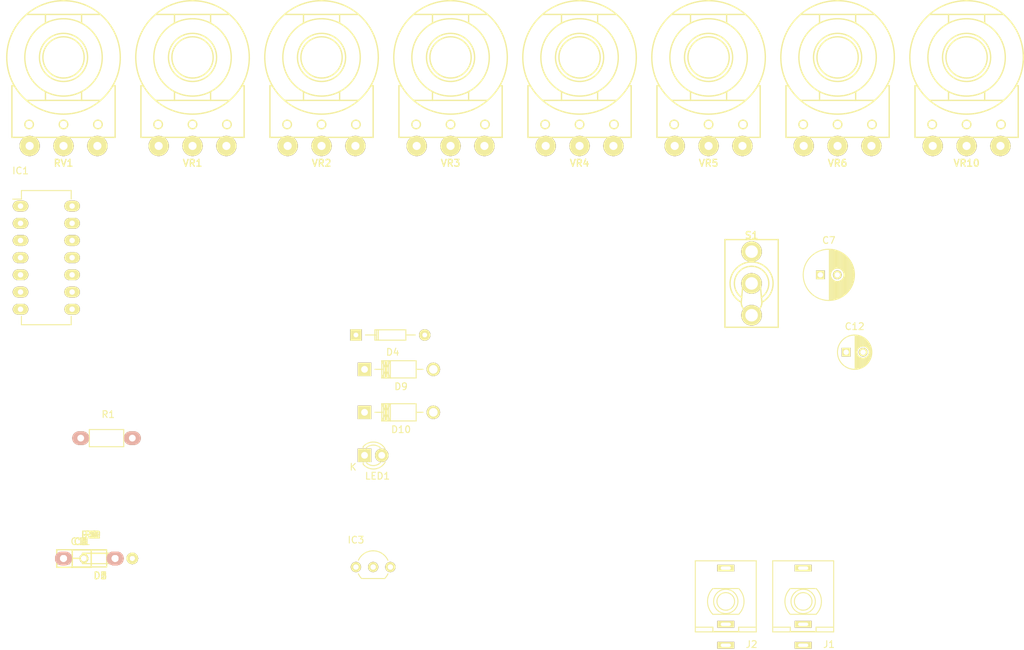
<source format=kicad_pcb>
(kicad_pcb (version 4) (host pcbnew 4.0.2+e4-6225~38~ubuntu14.04.1-stable)

  (general
    (links 62)
    (no_connects 50)
    (area 0 0 0 0)
    (thickness 1.6)
    (drawings 0)
    (tracks 0)
    (zones 0)
    (modules 44)
    (nets 17)
  )

  (page A4)
  (layers
    (0 F.Cu signal)
    (31 B.Cu signal)
    (32 B.Adhes user)
    (33 F.Adhes user)
    (34 B.Paste user)
    (35 F.Paste user)
    (36 B.SilkS user)
    (37 F.SilkS user)
    (38 B.Mask user)
    (39 F.Mask user)
    (40 Dwgs.User user)
    (41 Cmts.User user)
    (42 Eco1.User user)
    (43 Eco2.User user)
    (44 Edge.Cuts user)
    (45 Margin user)
    (46 B.CrtYd user)
    (47 F.CrtYd user)
    (48 B.Fab user)
    (49 F.Fab user)
  )

  (setup
    (last_trace_width 0.25)
    (trace_clearance 0.2)
    (zone_clearance 0.508)
    (zone_45_only no)
    (trace_min 0.2)
    (segment_width 0.2)
    (edge_width 0.15)
    (via_size 0.6)
    (via_drill 0.4)
    (via_min_size 0.4)
    (via_min_drill 0.3)
    (uvia_size 0.3)
    (uvia_drill 0.1)
    (uvias_allowed no)
    (uvia_min_size 0.2)
    (uvia_min_drill 0.1)
    (pcb_text_width 0.3)
    (pcb_text_size 1.5 1.5)
    (mod_edge_width 0.15)
    (mod_text_size 1 1)
    (mod_text_width 0.15)
    (pad_size 1.524 1.524)
    (pad_drill 0.762)
    (pad_to_mask_clearance 0.2)
    (aux_axis_origin 0 0)
    (visible_elements FFFFFF7F)
    (pcbplotparams
      (layerselection 0x00030_80000001)
      (usegerberextensions false)
      (excludeedgelayer true)
      (linewidth 0.100000)
      (plotframeref false)
      (viasonmask false)
      (mode 1)
      (useauxorigin false)
      (hpglpennumber 1)
      (hpglpenspeed 20)
      (hpglpendiameter 15)
      (hpglpenoverlay 2)
      (psnegative false)
      (psa4output false)
      (plotreference true)
      (plotvalue true)
      (plotinvisibletext false)
      (padsonsilk false)
      (subtractmaskfromsilk false)
      (outputformat 1)
      (mirror false)
      (drillshape 1)
      (scaleselection 1)
      (outputdirectory ""))
  )

  (net 0 "")
  (net 1 /N$1)
  (net 2 5V)
  (net 3 /N$3)
  (net 4 /N$8)
  (net 5 /N$11)
  (net 6 /N$13)
  (net 7 /N$12)
  (net 8 /N$2)
  (net 9 /N$4)
  (net 10 /N$9)
  (net 11 /N$14)
  (net 12 /N$15)
  (net 13 "Net-(IC1-Pad14)")
  (net 14 /N$34)
  (net 15 /N$16)
  (net 16 /N$29)

  (net_class Default "This is the default net class."
    (clearance 0.2)
    (trace_width 0.25)
    (via_dia 0.6)
    (via_drill 0.4)
    (uvia_dia 0.3)
    (uvia_drill 0.1)
    (add_net /N$1)
    (add_net /N$11)
    (add_net /N$12)
    (add_net /N$13)
    (add_net /N$14)
    (add_net /N$15)
    (add_net /N$16)
    (add_net /N$2)
    (add_net /N$29)
    (add_net /N$3)
    (add_net /N$34)
    (add_net /N$4)
    (add_net /N$8)
    (add_net /N$9)
    (add_net 5V)
    (add_net "Net-(IC1-Pad14)")
  )

  (module synth-diy:C_Rect_L4.5_W2.5_P3 (layer F.Cu) (tedit 573463CB) (tstamp 57409CE4)
    (at 46.99 133.35)
    (descr "Film Capacitor Length 7mm x Width 2.5mm, Pitch 5mm")
    (tags Capacitor)
    (path /5740996E)
    (fp_text reference C1 (at 2.5 -2.5) (layer F.SilkS)
      (effects (font (size 1 1) (thickness 0.15)))
    )
    (fp_text value 0.1uF (at 2.5 2.5) (layer F.Fab) hide
      (effects (font (size 1 1) (thickness 0.15)))
    )
    (fp_line (start 4.1 -1.3) (end -1 -1.3) (layer F.SilkS) (width 0.15))
    (fp_line (start -1 1.3) (end 4.1 1.3) (layer F.SilkS) (width 0.15))
    (fp_line (start 4.1 -1.2) (end 4.1 1.2) (layer F.SilkS) (width 0.15))
    (fp_line (start -1.25 -1.5) (end 4.4 -1.5) (layer F.CrtYd) (width 0.05))
    (fp_line (start 4.4 -1.5) (end 4.4 1.5) (layer F.CrtYd) (width 0.05))
    (fp_line (start 4.4 1.5) (end -1.25 1.5) (layer F.CrtYd) (width 0.05))
    (fp_line (start -1.25 1.5) (end -1.25 -1.5) (layer F.CrtYd) (width 0.05))
    (fp_line (start -1 1.25) (end -1 -1.25) (layer F.SilkS) (width 0.15))
    (pad 1 thru_hole rect (at 0 0) (size 1.3 1.3) (drill 0.8) (layers *.Cu *.Mask F.SilkS)
      (net 1 /N$1))
    (pad 2 thru_hole circle (at 3 0) (size 1.3 1.3) (drill 0.8) (layers *.Cu *.Mask F.SilkS)
      (net 2 5V))
  )

  (module synth-diy:C_Rect_L4.5_W2.5_P3 (layer F.Cu) (tedit 573463CB) (tstamp 57409CEA)
    (at 46.99 133.35)
    (descr "Film Capacitor Length 7mm x Width 2.5mm, Pitch 5mm")
    (tags Capacitor)
    (path /57409A36)
    (fp_text reference C2 (at 2.5 -2.5) (layer F.SilkS)
      (effects (font (size 1 1) (thickness 0.15)))
    )
    (fp_text value 0.1uF (at 2.5 2.5) (layer F.Fab) hide
      (effects (font (size 1 1) (thickness 0.15)))
    )
    (fp_line (start 4.1 -1.3) (end -1 -1.3) (layer F.SilkS) (width 0.15))
    (fp_line (start -1 1.3) (end 4.1 1.3) (layer F.SilkS) (width 0.15))
    (fp_line (start 4.1 -1.2) (end 4.1 1.2) (layer F.SilkS) (width 0.15))
    (fp_line (start -1.25 -1.5) (end 4.4 -1.5) (layer F.CrtYd) (width 0.05))
    (fp_line (start 4.4 -1.5) (end 4.4 1.5) (layer F.CrtYd) (width 0.05))
    (fp_line (start 4.4 1.5) (end -1.25 1.5) (layer F.CrtYd) (width 0.05))
    (fp_line (start -1.25 1.5) (end -1.25 -1.5) (layer F.CrtYd) (width 0.05))
    (fp_line (start -1 1.25) (end -1 -1.25) (layer F.SilkS) (width 0.15))
    (pad 1 thru_hole rect (at 0 0) (size 1.3 1.3) (drill 0.8) (layers *.Cu *.Mask F.SilkS)
      (net 3 /N$3))
    (pad 2 thru_hole circle (at 3 0) (size 1.3 1.3) (drill 0.8) (layers *.Cu *.Mask F.SilkS)
      (net 2 5V))
  )

  (module synth-diy:C_Rect_L4.5_W2.5_P3 (layer F.Cu) (tedit 573463CB) (tstamp 57409CF0)
    (at 46.99 133.35)
    (descr "Film Capacitor Length 7mm x Width 2.5mm, Pitch 5mm")
    (tags Capacitor)
    (path /57409AFE)
    (fp_text reference C3 (at 2.5 -2.5) (layer F.SilkS)
      (effects (font (size 1 1) (thickness 0.15)))
    )
    (fp_text value 0.1uF (at 2.5 2.5) (layer F.Fab) hide
      (effects (font (size 1 1) (thickness 0.15)))
    )
    (fp_line (start 4.1 -1.3) (end -1 -1.3) (layer F.SilkS) (width 0.15))
    (fp_line (start -1 1.3) (end 4.1 1.3) (layer F.SilkS) (width 0.15))
    (fp_line (start 4.1 -1.2) (end 4.1 1.2) (layer F.SilkS) (width 0.15))
    (fp_line (start -1.25 -1.5) (end 4.4 -1.5) (layer F.CrtYd) (width 0.05))
    (fp_line (start 4.4 -1.5) (end 4.4 1.5) (layer F.CrtYd) (width 0.05))
    (fp_line (start 4.4 1.5) (end -1.25 1.5) (layer F.CrtYd) (width 0.05))
    (fp_line (start -1.25 1.5) (end -1.25 -1.5) (layer F.CrtYd) (width 0.05))
    (fp_line (start -1 1.25) (end -1 -1.25) (layer F.SilkS) (width 0.15))
    (pad 1 thru_hole rect (at 0 0) (size 1.3 1.3) (drill 0.8) (layers *.Cu *.Mask F.SilkS)
      (net 4 /N$8))
    (pad 2 thru_hole circle (at 3 0) (size 1.3 1.3) (drill 0.8) (layers *.Cu *.Mask F.SilkS)
      (net 2 5V))
  )

  (module synth-diy:C_Rect_L4.5_W2.5_P3 (layer F.Cu) (tedit 573463CB) (tstamp 57409CF6)
    (at 46.99 133.35)
    (descr "Film Capacitor Length 7mm x Width 2.5mm, Pitch 5mm")
    (tags Capacitor)
    (path /57409BC6)
    (fp_text reference C4 (at 2.5 -2.5) (layer F.SilkS)
      (effects (font (size 1 1) (thickness 0.15)))
    )
    (fp_text value 0.1uF (at 2.5 2.5) (layer F.Fab) hide
      (effects (font (size 1 1) (thickness 0.15)))
    )
    (fp_line (start 4.1 -1.3) (end -1 -1.3) (layer F.SilkS) (width 0.15))
    (fp_line (start -1 1.3) (end 4.1 1.3) (layer F.SilkS) (width 0.15))
    (fp_line (start 4.1 -1.2) (end 4.1 1.2) (layer F.SilkS) (width 0.15))
    (fp_line (start -1.25 -1.5) (end 4.4 -1.5) (layer F.CrtYd) (width 0.05))
    (fp_line (start 4.4 -1.5) (end 4.4 1.5) (layer F.CrtYd) (width 0.05))
    (fp_line (start 4.4 1.5) (end -1.25 1.5) (layer F.CrtYd) (width 0.05))
    (fp_line (start -1.25 1.5) (end -1.25 -1.5) (layer F.CrtYd) (width 0.05))
    (fp_line (start -1 1.25) (end -1 -1.25) (layer F.SilkS) (width 0.15))
    (pad 1 thru_hole rect (at 0 0) (size 1.3 1.3) (drill 0.8) (layers *.Cu *.Mask F.SilkS)
      (net 5 /N$11))
    (pad 2 thru_hole circle (at 3 0) (size 1.3 1.3) (drill 0.8) (layers *.Cu *.Mask F.SilkS)
      (net 2 5V))
  )

  (module synth-diy:C_Rect_L4.5_W2.5_P3 (layer F.Cu) (tedit 573463CB) (tstamp 57409CFC)
    (at 46.99 133.35)
    (descr "Film Capacitor Length 7mm x Width 2.5mm, Pitch 5mm")
    (tags Capacitor)
    (path /57409C8E)
    (fp_text reference C5 (at 2.5 -2.5) (layer F.SilkS)
      (effects (font (size 1 1) (thickness 0.15)))
    )
    (fp_text value 0.1uF (at 2.5 2.5) (layer F.Fab) hide
      (effects (font (size 1 1) (thickness 0.15)))
    )
    (fp_line (start 4.1 -1.3) (end -1 -1.3) (layer F.SilkS) (width 0.15))
    (fp_line (start -1 1.3) (end 4.1 1.3) (layer F.SilkS) (width 0.15))
    (fp_line (start 4.1 -1.2) (end 4.1 1.2) (layer F.SilkS) (width 0.15))
    (fp_line (start -1.25 -1.5) (end 4.4 -1.5) (layer F.CrtYd) (width 0.05))
    (fp_line (start 4.4 -1.5) (end 4.4 1.5) (layer F.CrtYd) (width 0.05))
    (fp_line (start 4.4 1.5) (end -1.25 1.5) (layer F.CrtYd) (width 0.05))
    (fp_line (start -1.25 1.5) (end -1.25 -1.5) (layer F.CrtYd) (width 0.05))
    (fp_line (start -1 1.25) (end -1 -1.25) (layer F.SilkS) (width 0.15))
    (pad 1 thru_hole rect (at 0 0) (size 1.3 1.3) (drill 0.8) (layers *.Cu *.Mask F.SilkS)
      (net 6 /N$13))
    (pad 2 thru_hole circle (at 3 0) (size 1.3 1.3) (drill 0.8) (layers *.Cu *.Mask F.SilkS)
      (net 2 5V))
  )

  (module synth-diy:C_Rect_L4.5_W2.5_P3 (layer F.Cu) (tedit 573463CB) (tstamp 57409D02)
    (at 46.99 133.35)
    (descr "Film Capacitor Length 7mm x Width 2.5mm, Pitch 5mm")
    (tags Capacitor)
    (path /57409D56)
    (fp_text reference C6 (at 2.5 -2.5) (layer F.SilkS)
      (effects (font (size 1 1) (thickness 0.15)))
    )
    (fp_text value 0.1uF (at 2.5 2.5) (layer F.Fab) hide
      (effects (font (size 1 1) (thickness 0.15)))
    )
    (fp_line (start 4.1 -1.3) (end -1 -1.3) (layer F.SilkS) (width 0.15))
    (fp_line (start -1 1.3) (end 4.1 1.3) (layer F.SilkS) (width 0.15))
    (fp_line (start 4.1 -1.2) (end 4.1 1.2) (layer F.SilkS) (width 0.15))
    (fp_line (start -1.25 -1.5) (end 4.4 -1.5) (layer F.CrtYd) (width 0.05))
    (fp_line (start 4.4 -1.5) (end 4.4 1.5) (layer F.CrtYd) (width 0.05))
    (fp_line (start 4.4 1.5) (end -1.25 1.5) (layer F.CrtYd) (width 0.05))
    (fp_line (start -1.25 1.5) (end -1.25 -1.5) (layer F.CrtYd) (width 0.05))
    (fp_line (start -1 1.25) (end -1 -1.25) (layer F.SilkS) (width 0.15))
    (pad 1 thru_hole rect (at 0 0) (size 1.3 1.3) (drill 0.8) (layers *.Cu *.Mask F.SilkS)
      (net 7 /N$12))
    (pad 2 thru_hole circle (at 3 0) (size 1.3 1.3) (drill 0.8) (layers *.Cu *.Mask F.SilkS)
      (net 2 5V))
  )

  (module Capacitors_ThroughHole:C_Radial_D7.5_L11.2_P2.5 (layer F.Cu) (tedit 0) (tstamp 57409D08)
    (at 158.75 91.44)
    (descr "Radial Electrolytic Capacitor Diameter 7.5mm x Length 11.2mm, Pitch 2.5mm")
    (tags "Electrolytic Capacitor")
    (path /57409E1E)
    (fp_text reference C7 (at 1.25 -5.1) (layer F.SilkS)
      (effects (font (size 1 1) (thickness 0.15)))
    )
    (fp_text value 220uF (at 1.25 5.1) (layer F.Fab)
      (effects (font (size 1 1) (thickness 0.15)))
    )
    (fp_line (start 1.325 -3.749) (end 1.325 3.749) (layer F.SilkS) (width 0.15))
    (fp_line (start 1.465 -3.744) (end 1.465 3.744) (layer F.SilkS) (width 0.15))
    (fp_line (start 1.605 -3.733) (end 1.605 -0.446) (layer F.SilkS) (width 0.15))
    (fp_line (start 1.605 0.446) (end 1.605 3.733) (layer F.SilkS) (width 0.15))
    (fp_line (start 1.745 -3.717) (end 1.745 -0.656) (layer F.SilkS) (width 0.15))
    (fp_line (start 1.745 0.656) (end 1.745 3.717) (layer F.SilkS) (width 0.15))
    (fp_line (start 1.885 -3.696) (end 1.885 -0.789) (layer F.SilkS) (width 0.15))
    (fp_line (start 1.885 0.789) (end 1.885 3.696) (layer F.SilkS) (width 0.15))
    (fp_line (start 2.025 -3.669) (end 2.025 -0.88) (layer F.SilkS) (width 0.15))
    (fp_line (start 2.025 0.88) (end 2.025 3.669) (layer F.SilkS) (width 0.15))
    (fp_line (start 2.165 -3.637) (end 2.165 -0.942) (layer F.SilkS) (width 0.15))
    (fp_line (start 2.165 0.942) (end 2.165 3.637) (layer F.SilkS) (width 0.15))
    (fp_line (start 2.305 -3.599) (end 2.305 -0.981) (layer F.SilkS) (width 0.15))
    (fp_line (start 2.305 0.981) (end 2.305 3.599) (layer F.SilkS) (width 0.15))
    (fp_line (start 2.445 -3.555) (end 2.445 -0.998) (layer F.SilkS) (width 0.15))
    (fp_line (start 2.445 0.998) (end 2.445 3.555) (layer F.SilkS) (width 0.15))
    (fp_line (start 2.585 -3.504) (end 2.585 -0.996) (layer F.SilkS) (width 0.15))
    (fp_line (start 2.585 0.996) (end 2.585 3.504) (layer F.SilkS) (width 0.15))
    (fp_line (start 2.725 -3.448) (end 2.725 -0.974) (layer F.SilkS) (width 0.15))
    (fp_line (start 2.725 0.974) (end 2.725 3.448) (layer F.SilkS) (width 0.15))
    (fp_line (start 2.865 -3.384) (end 2.865 -0.931) (layer F.SilkS) (width 0.15))
    (fp_line (start 2.865 0.931) (end 2.865 3.384) (layer F.SilkS) (width 0.15))
    (fp_line (start 3.005 -3.314) (end 3.005 -0.863) (layer F.SilkS) (width 0.15))
    (fp_line (start 3.005 0.863) (end 3.005 3.314) (layer F.SilkS) (width 0.15))
    (fp_line (start 3.145 -3.236) (end 3.145 -0.764) (layer F.SilkS) (width 0.15))
    (fp_line (start 3.145 0.764) (end 3.145 3.236) (layer F.SilkS) (width 0.15))
    (fp_line (start 3.285 -3.15) (end 3.285 -0.619) (layer F.SilkS) (width 0.15))
    (fp_line (start 3.285 0.619) (end 3.285 3.15) (layer F.SilkS) (width 0.15))
    (fp_line (start 3.425 -3.055) (end 3.425 -0.38) (layer F.SilkS) (width 0.15))
    (fp_line (start 3.425 0.38) (end 3.425 3.055) (layer F.SilkS) (width 0.15))
    (fp_line (start 3.565 -2.95) (end 3.565 2.95) (layer F.SilkS) (width 0.15))
    (fp_line (start 3.705 -2.835) (end 3.705 2.835) (layer F.SilkS) (width 0.15))
    (fp_line (start 3.845 -2.707) (end 3.845 2.707) (layer F.SilkS) (width 0.15))
    (fp_line (start 3.985 -2.566) (end 3.985 2.566) (layer F.SilkS) (width 0.15))
    (fp_line (start 4.125 -2.408) (end 4.125 2.408) (layer F.SilkS) (width 0.15))
    (fp_line (start 4.265 -2.23) (end 4.265 2.23) (layer F.SilkS) (width 0.15))
    (fp_line (start 4.405 -2.027) (end 4.405 2.027) (layer F.SilkS) (width 0.15))
    (fp_line (start 4.545 -1.79) (end 4.545 1.79) (layer F.SilkS) (width 0.15))
    (fp_line (start 4.685 -1.504) (end 4.685 1.504) (layer F.SilkS) (width 0.15))
    (fp_line (start 4.825 -1.132) (end 4.825 1.132) (layer F.SilkS) (width 0.15))
    (fp_line (start 4.965 -0.511) (end 4.965 0.511) (layer F.SilkS) (width 0.15))
    (fp_circle (center 2.5 0) (end 2.5 -1) (layer F.SilkS) (width 0.15))
    (fp_circle (center 1.25 0) (end 1.25 -3.7875) (layer F.SilkS) (width 0.15))
    (fp_circle (center 1.25 0) (end 1.25 -4.1) (layer F.CrtYd) (width 0.05))
    (pad 2 thru_hole circle (at 2.5 0) (size 1.3 1.3) (drill 0.8) (layers *.Cu *.Mask F.SilkS))
    (pad 1 thru_hole rect (at 0 0) (size 1.3 1.3) (drill 0.8) (layers *.Cu *.Mask F.SilkS))
    (model Capacitors_ThroughHole.3dshapes/C_Radial_D7.5_L11.2_P2.5.wrl
      (at (xyz 0 0 0))
      (scale (xyz 1 1 1))
      (rotate (xyz 0 0 0))
    )
  )

  (module synth-diy:C_Rect_L4.5_W2.5_P3 (layer F.Cu) (tedit 573463CB) (tstamp 57409D0E)
    (at 46.99 133.35)
    (descr "Film Capacitor Length 7mm x Width 2.5mm, Pitch 5mm")
    (tags Capacitor)
    (path /5740A13E)
    (fp_text reference C11 (at 2.5 -2.5) (layer F.SilkS)
      (effects (font (size 1 1) (thickness 0.15)))
    )
    (fp_text value 0.1uF (at 2.5 2.5) (layer F.Fab) hide
      (effects (font (size 1 1) (thickness 0.15)))
    )
    (fp_line (start 4.1 -1.3) (end -1 -1.3) (layer F.SilkS) (width 0.15))
    (fp_line (start -1 1.3) (end 4.1 1.3) (layer F.SilkS) (width 0.15))
    (fp_line (start 4.1 -1.2) (end 4.1 1.2) (layer F.SilkS) (width 0.15))
    (fp_line (start -1.25 -1.5) (end 4.4 -1.5) (layer F.CrtYd) (width 0.05))
    (fp_line (start 4.4 -1.5) (end 4.4 1.5) (layer F.CrtYd) (width 0.05))
    (fp_line (start 4.4 1.5) (end -1.25 1.5) (layer F.CrtYd) (width 0.05))
    (fp_line (start -1.25 1.5) (end -1.25 -1.5) (layer F.CrtYd) (width 0.05))
    (fp_line (start -1 1.25) (end -1 -1.25) (layer F.SilkS) (width 0.15))
    (pad 1 thru_hole rect (at 0 0) (size 1.3 1.3) (drill 0.8) (layers *.Cu *.Mask F.SilkS)
      (net 2 5V))
    (pad 2 thru_hole circle (at 3 0) (size 1.3 1.3) (drill 0.8) (layers *.Cu *.Mask F.SilkS)
      (net 2 5V))
  )

  (module Capacitors_ThroughHole:C_Radial_D5_L11_P2.5 (layer F.Cu) (tedit 0) (tstamp 57409D14)
    (at 162.56 102.87)
    (descr "Radial Electrolytic Capacitor Diameter 5mm x Length 11mm, Pitch 2.5mm")
    (tags "Electrolytic Capacitor")
    (path /5740A206)
    (fp_text reference C12 (at 1.25 -3.8) (layer F.SilkS)
      (effects (font (size 1 1) (thickness 0.15)))
    )
    (fp_text value 47uF (at 1.25 3.8) (layer F.Fab)
      (effects (font (size 1 1) (thickness 0.15)))
    )
    (fp_line (start 1.325 -2.499) (end 1.325 2.499) (layer F.SilkS) (width 0.15))
    (fp_line (start 1.465 -2.491) (end 1.465 2.491) (layer F.SilkS) (width 0.15))
    (fp_line (start 1.605 -2.475) (end 1.605 -0.095) (layer F.SilkS) (width 0.15))
    (fp_line (start 1.605 0.095) (end 1.605 2.475) (layer F.SilkS) (width 0.15))
    (fp_line (start 1.745 -2.451) (end 1.745 -0.49) (layer F.SilkS) (width 0.15))
    (fp_line (start 1.745 0.49) (end 1.745 2.451) (layer F.SilkS) (width 0.15))
    (fp_line (start 1.885 -2.418) (end 1.885 -0.657) (layer F.SilkS) (width 0.15))
    (fp_line (start 1.885 0.657) (end 1.885 2.418) (layer F.SilkS) (width 0.15))
    (fp_line (start 2.025 -2.377) (end 2.025 -0.764) (layer F.SilkS) (width 0.15))
    (fp_line (start 2.025 0.764) (end 2.025 2.377) (layer F.SilkS) (width 0.15))
    (fp_line (start 2.165 -2.327) (end 2.165 -0.835) (layer F.SilkS) (width 0.15))
    (fp_line (start 2.165 0.835) (end 2.165 2.327) (layer F.SilkS) (width 0.15))
    (fp_line (start 2.305 -2.266) (end 2.305 -0.879) (layer F.SilkS) (width 0.15))
    (fp_line (start 2.305 0.879) (end 2.305 2.266) (layer F.SilkS) (width 0.15))
    (fp_line (start 2.445 -2.196) (end 2.445 -0.898) (layer F.SilkS) (width 0.15))
    (fp_line (start 2.445 0.898) (end 2.445 2.196) (layer F.SilkS) (width 0.15))
    (fp_line (start 2.585 -2.114) (end 2.585 -0.896) (layer F.SilkS) (width 0.15))
    (fp_line (start 2.585 0.896) (end 2.585 2.114) (layer F.SilkS) (width 0.15))
    (fp_line (start 2.725 -2.019) (end 2.725 -0.871) (layer F.SilkS) (width 0.15))
    (fp_line (start 2.725 0.871) (end 2.725 2.019) (layer F.SilkS) (width 0.15))
    (fp_line (start 2.865 -1.908) (end 2.865 -0.823) (layer F.SilkS) (width 0.15))
    (fp_line (start 2.865 0.823) (end 2.865 1.908) (layer F.SilkS) (width 0.15))
    (fp_line (start 3.005 -1.78) (end 3.005 -0.745) (layer F.SilkS) (width 0.15))
    (fp_line (start 3.005 0.745) (end 3.005 1.78) (layer F.SilkS) (width 0.15))
    (fp_line (start 3.145 -1.631) (end 3.145 -0.628) (layer F.SilkS) (width 0.15))
    (fp_line (start 3.145 0.628) (end 3.145 1.631) (layer F.SilkS) (width 0.15))
    (fp_line (start 3.285 -1.452) (end 3.285 -0.44) (layer F.SilkS) (width 0.15))
    (fp_line (start 3.285 0.44) (end 3.285 1.452) (layer F.SilkS) (width 0.15))
    (fp_line (start 3.425 -1.233) (end 3.425 1.233) (layer F.SilkS) (width 0.15))
    (fp_line (start 3.565 -0.944) (end 3.565 0.944) (layer F.SilkS) (width 0.15))
    (fp_line (start 3.705 -0.472) (end 3.705 0.472) (layer F.SilkS) (width 0.15))
    (fp_circle (center 2.5 0) (end 2.5 -0.9) (layer F.SilkS) (width 0.15))
    (fp_circle (center 1.25 0) (end 1.25 -2.5375) (layer F.SilkS) (width 0.15))
    (fp_circle (center 1.25 0) (end 1.25 -2.8) (layer F.CrtYd) (width 0.05))
    (pad 1 thru_hole rect (at 0 0) (size 1.3 1.3) (drill 0.8) (layers *.Cu *.Mask F.SilkS))
    (pad 2 thru_hole circle (at 2.5 0) (size 1.3 1.3) (drill 0.8) (layers *.Cu *.Mask F.SilkS))
    (model Capacitors_ThroughHole.3dshapes/C_Radial_D5_L11_P2.5.wrl
      (at (xyz 0.049213 0 0))
      (scale (xyz 1 1 1))
      (rotate (xyz 0 0 90))
    )
  )

  (module Diodes_ThroughHole:Diode_DO-35_SOD27_Horizontal_RM10 (layer F.Cu) (tedit 552FFC30) (tstamp 57409D1A)
    (at 46.99 133.35)
    (descr "Diode, DO-35,  SOD27, Horizontal, RM 10mm")
    (tags "Diode, DO-35, SOD27, Horizontal, RM 10mm, 1N4148,")
    (path /5740A2CE)
    (fp_text reference D1 (at 5.43052 2.53746) (layer F.SilkS)
      (effects (font (size 1 1) (thickness 0.15)))
    )
    (fp_text value 1N4148DO35-7 (at 4.41452 -3.55854) (layer F.Fab)
      (effects (font (size 1 1) (thickness 0.15)))
    )
    (fp_line (start 7.36652 -0.00254) (end 8.76352 -0.00254) (layer F.SilkS) (width 0.15))
    (fp_line (start 2.92152 -0.00254) (end 1.39752 -0.00254) (layer F.SilkS) (width 0.15))
    (fp_line (start 3.30252 -0.76454) (end 3.30252 0.75946) (layer F.SilkS) (width 0.15))
    (fp_line (start 3.04852 -0.76454) (end 3.04852 0.75946) (layer F.SilkS) (width 0.15))
    (fp_line (start 2.79452 -0.00254) (end 2.79452 0.75946) (layer F.SilkS) (width 0.15))
    (fp_line (start 2.79452 0.75946) (end 7.36652 0.75946) (layer F.SilkS) (width 0.15))
    (fp_line (start 7.36652 0.75946) (end 7.36652 -0.76454) (layer F.SilkS) (width 0.15))
    (fp_line (start 7.36652 -0.76454) (end 2.79452 -0.76454) (layer F.SilkS) (width 0.15))
    (fp_line (start 2.79452 -0.76454) (end 2.79452 -0.00254) (layer F.SilkS) (width 0.15))
    (pad 2 thru_hole circle (at 10.16052 -0.00254 180) (size 1.69926 1.69926) (drill 0.70104) (layers *.Cu *.Mask F.SilkS))
    (pad 1 thru_hole rect (at 0.00052 -0.00254 180) (size 1.69926 1.69926) (drill 0.70104) (layers *.Cu *.Mask F.SilkS))
    (model Diodes_ThroughHole.3dshapes/Diode_DO-35_SOD27_Horizontal_RM10.wrl
      (at (xyz 0.2 0 0))
      (scale (xyz 0.4 0.4 0.4))
      (rotate (xyz 0 0 180))
    )
  )

  (module Diodes_ThroughHole:Diode_DO-35_SOD27_Horizontal_RM10 (layer F.Cu) (tedit 552FFC30) (tstamp 57409D20)
    (at 46.99 133.35)
    (descr "Diode, DO-35,  SOD27, Horizontal, RM 10mm")
    (tags "Diode, DO-35, SOD27, Horizontal, RM 10mm, 1N4148,")
    (path /5740A396)
    (fp_text reference D2 (at 5.43052 2.53746) (layer F.SilkS)
      (effects (font (size 1 1) (thickness 0.15)))
    )
    (fp_text value 1N4148DO35-7 (at 4.41452 -3.55854) (layer F.Fab)
      (effects (font (size 1 1) (thickness 0.15)))
    )
    (fp_line (start 7.36652 -0.00254) (end 8.76352 -0.00254) (layer F.SilkS) (width 0.15))
    (fp_line (start 2.92152 -0.00254) (end 1.39752 -0.00254) (layer F.SilkS) (width 0.15))
    (fp_line (start 3.30252 -0.76454) (end 3.30252 0.75946) (layer F.SilkS) (width 0.15))
    (fp_line (start 3.04852 -0.76454) (end 3.04852 0.75946) (layer F.SilkS) (width 0.15))
    (fp_line (start 2.79452 -0.00254) (end 2.79452 0.75946) (layer F.SilkS) (width 0.15))
    (fp_line (start 2.79452 0.75946) (end 7.36652 0.75946) (layer F.SilkS) (width 0.15))
    (fp_line (start 7.36652 0.75946) (end 7.36652 -0.76454) (layer F.SilkS) (width 0.15))
    (fp_line (start 7.36652 -0.76454) (end 2.79452 -0.76454) (layer F.SilkS) (width 0.15))
    (fp_line (start 2.79452 -0.76454) (end 2.79452 -0.00254) (layer F.SilkS) (width 0.15))
    (pad 2 thru_hole circle (at 10.16052 -0.00254 180) (size 1.69926 1.69926) (drill 0.70104) (layers *.Cu *.Mask F.SilkS))
    (pad 1 thru_hole rect (at 0.00052 -0.00254 180) (size 1.69926 1.69926) (drill 0.70104) (layers *.Cu *.Mask F.SilkS))
    (model Diodes_ThroughHole.3dshapes/Diode_DO-35_SOD27_Horizontal_RM10.wrl
      (at (xyz 0.2 0 0))
      (scale (xyz 0.4 0.4 0.4))
      (rotate (xyz 0 0 180))
    )
  )

  (module Diodes_ThroughHole:Diode_DO-35_SOD27_Horizontal_RM10 (layer F.Cu) (tedit 552FFC30) (tstamp 57409D26)
    (at 46.99 133.35)
    (descr "Diode, DO-35,  SOD27, Horizontal, RM 10mm")
    (tags "Diode, DO-35, SOD27, Horizontal, RM 10mm, 1N4148,")
    (path /5740A45E)
    (fp_text reference D3 (at 5.43052 2.53746) (layer F.SilkS)
      (effects (font (size 1 1) (thickness 0.15)))
    )
    (fp_text value 1N4148DO35-7 (at 4.41452 -3.55854) (layer F.Fab)
      (effects (font (size 1 1) (thickness 0.15)))
    )
    (fp_line (start 7.36652 -0.00254) (end 8.76352 -0.00254) (layer F.SilkS) (width 0.15))
    (fp_line (start 2.92152 -0.00254) (end 1.39752 -0.00254) (layer F.SilkS) (width 0.15))
    (fp_line (start 3.30252 -0.76454) (end 3.30252 0.75946) (layer F.SilkS) (width 0.15))
    (fp_line (start 3.04852 -0.76454) (end 3.04852 0.75946) (layer F.SilkS) (width 0.15))
    (fp_line (start 2.79452 -0.00254) (end 2.79452 0.75946) (layer F.SilkS) (width 0.15))
    (fp_line (start 2.79452 0.75946) (end 7.36652 0.75946) (layer F.SilkS) (width 0.15))
    (fp_line (start 7.36652 0.75946) (end 7.36652 -0.76454) (layer F.SilkS) (width 0.15))
    (fp_line (start 7.36652 -0.76454) (end 2.79452 -0.76454) (layer F.SilkS) (width 0.15))
    (fp_line (start 2.79452 -0.76454) (end 2.79452 -0.00254) (layer F.SilkS) (width 0.15))
    (pad 2 thru_hole circle (at 10.16052 -0.00254 180) (size 1.69926 1.69926) (drill 0.70104) (layers *.Cu *.Mask F.SilkS))
    (pad 1 thru_hole rect (at 0.00052 -0.00254 180) (size 1.69926 1.69926) (drill 0.70104) (layers *.Cu *.Mask F.SilkS))
    (model Diodes_ThroughHole.3dshapes/Diode_DO-35_SOD27_Horizontal_RM10.wrl
      (at (xyz 0.2 0 0))
      (scale (xyz 0.4 0.4 0.4))
      (rotate (xyz 0 0 180))
    )
  )

  (module Diodes_ThroughHole:Diode_DO-35_SOD27_Horizontal_RM10 (layer F.Cu) (tedit 552FFC30) (tstamp 57409D2C)
    (at 90.17 100.33)
    (descr "Diode, DO-35,  SOD27, Horizontal, RM 10mm")
    (tags "Diode, DO-35, SOD27, Horizontal, RM 10mm, 1N4148,")
    (path /5740A526)
    (fp_text reference D4 (at 5.43052 2.53746) (layer F.SilkS)
      (effects (font (size 1 1) (thickness 0.15)))
    )
    (fp_text value 1N4148DO35-7 (at 4.41452 -3.55854) (layer F.Fab)
      (effects (font (size 1 1) (thickness 0.15)))
    )
    (fp_line (start 7.36652 -0.00254) (end 8.76352 -0.00254) (layer F.SilkS) (width 0.15))
    (fp_line (start 2.92152 -0.00254) (end 1.39752 -0.00254) (layer F.SilkS) (width 0.15))
    (fp_line (start 3.30252 -0.76454) (end 3.30252 0.75946) (layer F.SilkS) (width 0.15))
    (fp_line (start 3.04852 -0.76454) (end 3.04852 0.75946) (layer F.SilkS) (width 0.15))
    (fp_line (start 2.79452 -0.00254) (end 2.79452 0.75946) (layer F.SilkS) (width 0.15))
    (fp_line (start 2.79452 0.75946) (end 7.36652 0.75946) (layer F.SilkS) (width 0.15))
    (fp_line (start 7.36652 0.75946) (end 7.36652 -0.76454) (layer F.SilkS) (width 0.15))
    (fp_line (start 7.36652 -0.76454) (end 2.79452 -0.76454) (layer F.SilkS) (width 0.15))
    (fp_line (start 2.79452 -0.76454) (end 2.79452 -0.00254) (layer F.SilkS) (width 0.15))
    (pad 2 thru_hole circle (at 10.16052 -0.00254 180) (size 1.69926 1.69926) (drill 0.70104) (layers *.Cu *.Mask F.SilkS))
    (pad 1 thru_hole rect (at 0.00052 -0.00254 180) (size 1.69926 1.69926) (drill 0.70104) (layers *.Cu *.Mask F.SilkS))
    (model Diodes_ThroughHole.3dshapes/Diode_DO-35_SOD27_Horizontal_RM10.wrl
      (at (xyz 0.2 0 0))
      (scale (xyz 0.4 0.4 0.4))
      (rotate (xyz 0 0 180))
    )
  )

  (module Diodes_ThroughHole:Diode_DO-35_SOD27_Horizontal_RM10 (layer F.Cu) (tedit 552FFC30) (tstamp 57409D32)
    (at 46.99 133.35)
    (descr "Diode, DO-35,  SOD27, Horizontal, RM 10mm")
    (tags "Diode, DO-35, SOD27, Horizontal, RM 10mm, 1N4148,")
    (path /5740A5EE)
    (fp_text reference D5 (at 5.43052 2.53746) (layer F.SilkS)
      (effects (font (size 1 1) (thickness 0.15)))
    )
    (fp_text value 1N4148DO35-7 (at 4.41452 -3.55854) (layer F.Fab)
      (effects (font (size 1 1) (thickness 0.15)))
    )
    (fp_line (start 7.36652 -0.00254) (end 8.76352 -0.00254) (layer F.SilkS) (width 0.15))
    (fp_line (start 2.92152 -0.00254) (end 1.39752 -0.00254) (layer F.SilkS) (width 0.15))
    (fp_line (start 3.30252 -0.76454) (end 3.30252 0.75946) (layer F.SilkS) (width 0.15))
    (fp_line (start 3.04852 -0.76454) (end 3.04852 0.75946) (layer F.SilkS) (width 0.15))
    (fp_line (start 2.79452 -0.00254) (end 2.79452 0.75946) (layer F.SilkS) (width 0.15))
    (fp_line (start 2.79452 0.75946) (end 7.36652 0.75946) (layer F.SilkS) (width 0.15))
    (fp_line (start 7.36652 0.75946) (end 7.36652 -0.76454) (layer F.SilkS) (width 0.15))
    (fp_line (start 7.36652 -0.76454) (end 2.79452 -0.76454) (layer F.SilkS) (width 0.15))
    (fp_line (start 2.79452 -0.76454) (end 2.79452 -0.00254) (layer F.SilkS) (width 0.15))
    (pad 2 thru_hole circle (at 10.16052 -0.00254 180) (size 1.69926 1.69926) (drill 0.70104) (layers *.Cu *.Mask F.SilkS))
    (pad 1 thru_hole rect (at 0.00052 -0.00254 180) (size 1.69926 1.69926) (drill 0.70104) (layers *.Cu *.Mask F.SilkS))
    (model Diodes_ThroughHole.3dshapes/Diode_DO-35_SOD27_Horizontal_RM10.wrl
      (at (xyz 0.2 0 0))
      (scale (xyz 0.4 0.4 0.4))
      (rotate (xyz 0 0 180))
    )
  )

  (module Diodes_ThroughHole:Diode_DO-35_SOD27_Horizontal_RM10 (layer F.Cu) (tedit 552FFC30) (tstamp 57409D38)
    (at 46.99 133.35)
    (descr "Diode, DO-35,  SOD27, Horizontal, RM 10mm")
    (tags "Diode, DO-35, SOD27, Horizontal, RM 10mm, 1N4148,")
    (path /5740A6B6)
    (fp_text reference D6 (at 5.43052 2.53746) (layer F.SilkS)
      (effects (font (size 1 1) (thickness 0.15)))
    )
    (fp_text value 1N4148DO35-7 (at 4.41452 -3.55854) (layer F.Fab)
      (effects (font (size 1 1) (thickness 0.15)))
    )
    (fp_line (start 7.36652 -0.00254) (end 8.76352 -0.00254) (layer F.SilkS) (width 0.15))
    (fp_line (start 2.92152 -0.00254) (end 1.39752 -0.00254) (layer F.SilkS) (width 0.15))
    (fp_line (start 3.30252 -0.76454) (end 3.30252 0.75946) (layer F.SilkS) (width 0.15))
    (fp_line (start 3.04852 -0.76454) (end 3.04852 0.75946) (layer F.SilkS) (width 0.15))
    (fp_line (start 2.79452 -0.00254) (end 2.79452 0.75946) (layer F.SilkS) (width 0.15))
    (fp_line (start 2.79452 0.75946) (end 7.36652 0.75946) (layer F.SilkS) (width 0.15))
    (fp_line (start 7.36652 0.75946) (end 7.36652 -0.76454) (layer F.SilkS) (width 0.15))
    (fp_line (start 7.36652 -0.76454) (end 2.79452 -0.76454) (layer F.SilkS) (width 0.15))
    (fp_line (start 2.79452 -0.76454) (end 2.79452 -0.00254) (layer F.SilkS) (width 0.15))
    (pad 2 thru_hole circle (at 10.16052 -0.00254 180) (size 1.69926 1.69926) (drill 0.70104) (layers *.Cu *.Mask F.SilkS))
    (pad 1 thru_hole rect (at 0.00052 -0.00254 180) (size 1.69926 1.69926) (drill 0.70104) (layers *.Cu *.Mask F.SilkS))
    (model Diodes_ThroughHole.3dshapes/Diode_DO-35_SOD27_Horizontal_RM10.wrl
      (at (xyz 0.2 0 0))
      (scale (xyz 0.4 0.4 0.4))
      (rotate (xyz 0 0 180))
    )
  )

  (module Diodes_ThroughHole:Diode_DO-41_SOD81_Horizontal_RM10 (layer F.Cu) (tedit 552FFCCE) (tstamp 57409D3E)
    (at 91.44 105.41)
    (descr "Diode, DO-41, SOD81, Horizontal, RM 10mm,")
    (tags "Diode, DO-41, SOD81, Horizontal, RM 10mm, 1N4007, SB140,")
    (path /5740A90E)
    (fp_text reference D9 (at 5.38734 2.53746) (layer F.SilkS)
      (effects (font (size 1 1) (thickness 0.15)))
    )
    (fp_text value 1N4004 (at 4.37134 -3.55854) (layer F.Fab)
      (effects (font (size 1 1) (thickness 0.15)))
    )
    (fp_line (start 7.62 -0.00254) (end 8.636 -0.00254) (layer F.SilkS) (width 0.15))
    (fp_line (start 2.794 -0.00254) (end 1.524 -0.00254) (layer F.SilkS) (width 0.15))
    (fp_line (start 3.048 -1.27254) (end 3.048 1.26746) (layer F.SilkS) (width 0.15))
    (fp_line (start 3.302 -1.27254) (end 3.302 1.26746) (layer F.SilkS) (width 0.15))
    (fp_line (start 3.556 -1.27254) (end 3.556 1.26746) (layer F.SilkS) (width 0.15))
    (fp_line (start 2.794 -1.27254) (end 2.794 1.26746) (layer F.SilkS) (width 0.15))
    (fp_line (start 3.81 -1.27254) (end 2.54 1.26746) (layer F.SilkS) (width 0.15))
    (fp_line (start 2.54 -1.27254) (end 3.81 1.26746) (layer F.SilkS) (width 0.15))
    (fp_line (start 3.81 -1.27254) (end 3.81 1.26746) (layer F.SilkS) (width 0.15))
    (fp_line (start 3.175 -1.27254) (end 3.175 1.26746) (layer F.SilkS) (width 0.15))
    (fp_line (start 2.54 1.26746) (end 2.54 -1.27254) (layer F.SilkS) (width 0.15))
    (fp_line (start 2.54 -1.27254) (end 7.62 -1.27254) (layer F.SilkS) (width 0.15))
    (fp_line (start 7.62 -1.27254) (end 7.62 1.26746) (layer F.SilkS) (width 0.15))
    (fp_line (start 7.62 1.26746) (end 2.54 1.26746) (layer F.SilkS) (width 0.15))
    (pad 2 thru_hole circle (at 10.16 -0.00254 180) (size 1.99898 1.99898) (drill 1.27) (layers *.Cu *.Mask F.SilkS))
    (pad 1 thru_hole rect (at 0 -0.00254 180) (size 1.99898 1.99898) (drill 1.00076) (layers *.Cu *.Mask F.SilkS))
  )

  (module Diodes_ThroughHole:Diode_DO-41_SOD81_Horizontal_RM10 (layer F.Cu) (tedit 552FFCCE) (tstamp 57409D44)
    (at 91.44 111.76)
    (descr "Diode, DO-41, SOD81, Horizontal, RM 10mm,")
    (tags "Diode, DO-41, SOD81, Horizontal, RM 10mm, 1N4007, SB140,")
    (path /5740A9D6)
    (fp_text reference D10 (at 5.38734 2.53746) (layer F.SilkS)
      (effects (font (size 1 1) (thickness 0.15)))
    )
    (fp_text value 1N4004 (at 4.37134 -3.55854) (layer F.Fab)
      (effects (font (size 1 1) (thickness 0.15)))
    )
    (fp_line (start 7.62 -0.00254) (end 8.636 -0.00254) (layer F.SilkS) (width 0.15))
    (fp_line (start 2.794 -0.00254) (end 1.524 -0.00254) (layer F.SilkS) (width 0.15))
    (fp_line (start 3.048 -1.27254) (end 3.048 1.26746) (layer F.SilkS) (width 0.15))
    (fp_line (start 3.302 -1.27254) (end 3.302 1.26746) (layer F.SilkS) (width 0.15))
    (fp_line (start 3.556 -1.27254) (end 3.556 1.26746) (layer F.SilkS) (width 0.15))
    (fp_line (start 2.794 -1.27254) (end 2.794 1.26746) (layer F.SilkS) (width 0.15))
    (fp_line (start 3.81 -1.27254) (end 2.54 1.26746) (layer F.SilkS) (width 0.15))
    (fp_line (start 2.54 -1.27254) (end 3.81 1.26746) (layer F.SilkS) (width 0.15))
    (fp_line (start 3.81 -1.27254) (end 3.81 1.26746) (layer F.SilkS) (width 0.15))
    (fp_line (start 3.175 -1.27254) (end 3.175 1.26746) (layer F.SilkS) (width 0.15))
    (fp_line (start 2.54 1.26746) (end 2.54 -1.27254) (layer F.SilkS) (width 0.15))
    (fp_line (start 2.54 -1.27254) (end 7.62 -1.27254) (layer F.SilkS) (width 0.15))
    (fp_line (start 7.62 -1.27254) (end 7.62 1.26746) (layer F.SilkS) (width 0.15))
    (fp_line (start 7.62 1.26746) (end 2.54 1.26746) (layer F.SilkS) (width 0.15))
    (pad 2 thru_hole circle (at 10.16 -0.00254 180) (size 1.99898 1.99898) (drill 1.27) (layers *.Cu *.Mask F.SilkS))
    (pad 1 thru_hole rect (at 0 -0.00254 180) (size 1.99898 1.99898) (drill 1.00076) (layers *.Cu *.Mask F.SilkS))
  )

  (module Housings_DIP:DIP-14_W7.62mm_LongPads (layer F.Cu) (tedit 54130A77) (tstamp 57409D56)
    (at 40.64 81.28)
    (descr "14-lead dip package, row spacing 7.62 mm (300 mils), longer pads")
    (tags "dil dip 2.54 300")
    (path /5740AE22)
    (fp_text reference IC1 (at 0 -5.22) (layer F.SilkS)
      (effects (font (size 1 1) (thickness 0.15)))
    )
    (fp_text value 40106N (at 0 -3.72) (layer F.Fab)
      (effects (font (size 1 1) (thickness 0.15)))
    )
    (fp_line (start -1.4 -2.45) (end -1.4 17.7) (layer F.CrtYd) (width 0.05))
    (fp_line (start 9 -2.45) (end 9 17.7) (layer F.CrtYd) (width 0.05))
    (fp_line (start -1.4 -2.45) (end 9 -2.45) (layer F.CrtYd) (width 0.05))
    (fp_line (start -1.4 17.7) (end 9 17.7) (layer F.CrtYd) (width 0.05))
    (fp_line (start 0.135 -2.295) (end 0.135 -1.025) (layer F.SilkS) (width 0.15))
    (fp_line (start 7.485 -2.295) (end 7.485 -1.025) (layer F.SilkS) (width 0.15))
    (fp_line (start 7.485 17.535) (end 7.485 16.265) (layer F.SilkS) (width 0.15))
    (fp_line (start 0.135 17.535) (end 0.135 16.265) (layer F.SilkS) (width 0.15))
    (fp_line (start 0.135 -2.295) (end 7.485 -2.295) (layer F.SilkS) (width 0.15))
    (fp_line (start 0.135 17.535) (end 7.485 17.535) (layer F.SilkS) (width 0.15))
    (fp_line (start 0.135 -1.025) (end -1.15 -1.025) (layer F.SilkS) (width 0.15))
    (pad 1 thru_hole oval (at 0 0) (size 2.3 1.6) (drill 0.8) (layers *.Cu *.Mask F.SilkS)
      (net 1 /N$1))
    (pad 2 thru_hole oval (at 0 2.54) (size 2.3 1.6) (drill 0.8) (layers *.Cu *.Mask F.SilkS)
      (net 8 /N$2))
    (pad 3 thru_hole oval (at 0 5.08) (size 2.3 1.6) (drill 0.8) (layers *.Cu *.Mask F.SilkS)
      (net 3 /N$3))
    (pad 4 thru_hole oval (at 0 7.62) (size 2.3 1.6) (drill 0.8) (layers *.Cu *.Mask F.SilkS)
      (net 9 /N$4))
    (pad 5 thru_hole oval (at 0 10.16) (size 2.3 1.6) (drill 0.8) (layers *.Cu *.Mask F.SilkS)
      (net 4 /N$8))
    (pad 6 thru_hole oval (at 0 12.7) (size 2.3 1.6) (drill 0.8) (layers *.Cu *.Mask F.SilkS)
      (net 10 /N$9))
    (pad 7 thru_hole oval (at 0 15.24) (size 2.3 1.6) (drill 0.8) (layers *.Cu *.Mask F.SilkS)
      (net 2 5V))
    (pad 8 thru_hole oval (at 7.62 15.24) (size 2.3 1.6) (drill 0.8) (layers *.Cu *.Mask F.SilkS)
      (net 5 /N$11))
    (pad 9 thru_hole oval (at 7.62 12.7) (size 2.3 1.6) (drill 0.8) (layers *.Cu *.Mask F.SilkS)
      (net 5 /N$11))
    (pad 10 thru_hole oval (at 7.62 10.16) (size 2.3 1.6) (drill 0.8) (layers *.Cu *.Mask F.SilkS)
      (net 11 /N$14))
    (pad 11 thru_hole oval (at 7.62 7.62) (size 2.3 1.6) (drill 0.8) (layers *.Cu *.Mask F.SilkS)
      (net 6 /N$13))
    (pad 12 thru_hole oval (at 7.62 5.08) (size 2.3 1.6) (drill 0.8) (layers *.Cu *.Mask F.SilkS)
      (net 12 /N$15))
    (pad 13 thru_hole oval (at 7.62 2.54) (size 2.3 1.6) (drill 0.8) (layers *.Cu *.Mask F.SilkS)
      (net 7 /N$12))
    (pad 14 thru_hole oval (at 7.62 0) (size 2.3 1.6) (drill 0.8) (layers *.Cu *.Mask F.SilkS)
      (net 13 "Net-(IC1-Pad14)"))
    (model Housings_DIP.3dshapes/DIP-14_W7.62mm_LongPads.wrl
      (at (xyz 0 0 0))
      (scale (xyz 1 1 1))
      (rotate (xyz 0 0 0))
    )
  )

  (module TO_SOT_Packages_THT:TO-92_Inline_Wide (layer F.Cu) (tedit 54F242B4) (tstamp 57409D5D)
    (at 90.17 134.62)
    (descr "TO-92 leads in-line, wide, drill 0.8mm (see NXP sot054_po.pdf)")
    (tags "to-92 sc-43 sc-43a sot54 PA33 transistor")
    (path /5740B26E)
    (fp_text reference IC3 (at 0 -4 180) (layer F.SilkS)
      (effects (font (size 1 1) (thickness 0.15)))
    )
    (fp_text value 78L05 (at 0 3) (layer F.Fab)
      (effects (font (size 1 1) (thickness 0.15)))
    )
    (fp_arc (start 2.54 0) (end 0.84 1.7) (angle 20.5) (layer F.SilkS) (width 0.15))
    (fp_arc (start 2.54 0) (end 4.24 1.7) (angle -20.5) (layer F.SilkS) (width 0.15))
    (fp_line (start -1 1.95) (end -1 -2.65) (layer F.CrtYd) (width 0.05))
    (fp_line (start -1 1.95) (end 6.1 1.95) (layer F.CrtYd) (width 0.05))
    (fp_line (start 0.84 1.7) (end 4.24 1.7) (layer F.SilkS) (width 0.15))
    (fp_arc (start 2.54 0) (end 2.54 -2.4) (angle -65.55604127) (layer F.SilkS) (width 0.15))
    (fp_arc (start 2.54 0) (end 2.54 -2.4) (angle 65.55604127) (layer F.SilkS) (width 0.15))
    (fp_line (start -1 -2.65) (end 6.1 -2.65) (layer F.CrtYd) (width 0.05))
    (fp_line (start 6.1 1.95) (end 6.1 -2.65) (layer F.CrtYd) (width 0.05))
    (pad 2 thru_hole circle (at 2.54 0 90) (size 1.524 1.524) (drill 0.8) (layers *.Cu *.Mask F.SilkS))
    (pad 3 thru_hole circle (at 5.08 0 90) (size 1.524 1.524) (drill 0.8) (layers *.Cu *.Mask F.SilkS))
    (pad 1 thru_hole circle (at 0 0 90) (size 1.524 1.524) (drill 0.8) (layers *.Cu *.Mask F.SilkS))
    (model TO_SOT_Packages_THT.3dshapes/TO-92_Inline_Wide.wrl
      (at (xyz 0.1 0 0))
      (scale (xyz 1 1 1))
      (rotate (xyz 0 0 -90))
    )
  )

  (module synth-diy:THONKICONN_mod (layer F.Cu) (tedit 57347383) (tstamp 57409D64)
    (at 156.21 139.7)
    (path /5740B336)
    (fp_text reference J1 (at 3.81 6.35) (layer F.SilkS)
      (effects (font (size 1 1) (thickness 0.15)))
    )
    (fp_text value DCJ0202 (at 0 -7.62) (layer F.Fab) hide
      (effects (font (size 1 1) (thickness 0.15)))
    )
    (fp_line (start -4.445 3.81) (end -1.905 3.81) (layer F.SilkS) (width 0.15))
    (fp_line (start -1.905 3.81) (end -1.905 4.445) (layer F.SilkS) (width 0.15))
    (fp_line (start -1.905 4.445) (end 1.905 4.445) (layer F.SilkS) (width 0.15))
    (fp_line (start 1.905 4.445) (end 1.905 3.81) (layer F.SilkS) (width 0.15))
    (fp_line (start 1.905 3.81) (end 4.445 3.81) (layer F.SilkS) (width 0.15))
    (fp_arc (start 0 0) (end 1.905 -1.905) (angle 90) (layer F.SilkS) (width 0.15))
    (fp_arc (start 0 0) (end -1.905 1.905) (angle 90) (layer F.SilkS) (width 0.15))
    (fp_line (start 1.905 1.905) (end -1.905 1.905) (layer F.SilkS) (width 0.15))
    (fp_line (start -1.905 -1.905) (end 1.905 -1.905) (layer F.SilkS) (width 0.15))
    (fp_circle (center 0 0) (end 1.27 1.27) (layer F.SilkS) (width 0.15))
    (fp_line (start 4.5 -6) (end 4.5 4.5) (layer F.SilkS) (width 0.15))
    (fp_line (start -4.5 -6) (end -4.5 4.5) (layer F.SilkS) (width 0.15))
    (fp_line (start -4.5 4.5) (end 4.5 4.5) (layer F.SilkS) (width 0.15))
    (fp_line (start -4.5 -6) (end 4.5 -6) (layer F.SilkS) (width 0.15))
    (fp_circle (center 0 0) (end 1.3 0) (layer F.SilkS) (width 0.15))
    (pad 1 thru_hole rect (at 0 -4.92) (size 2.5 1) (drill oval 1.5 0.5) (layers *.Cu *.Mask F.SilkS)
      (net 14 /N$34))
    (pad 2 thru_hole rect (at 0 3.38) (size 2.5 1) (drill oval 1.5 0.5) (layers *.Cu *.Mask F.SilkS))
    (pad 3 thru_hole rect (at 0 6.48) (size 2.5 1) (drill oval 1.5 0.5) (layers *.Cu *.Mask F.SilkS)
      (net 2 5V))
  )

  (module synth-diy:THONKICONN_mod (layer F.Cu) (tedit 57347383) (tstamp 57409D6B)
    (at 144.78 139.7)
    (path /5740B9A1)
    (fp_text reference J2 (at 3.81 6.35) (layer F.SilkS)
      (effects (font (size 1 1) (thickness 0.15)))
    )
    (fp_text value CON-JACK_DCJ0202 (at 0 -7.62) (layer F.Fab) hide
      (effects (font (size 1 1) (thickness 0.15)))
    )
    (fp_line (start -4.445 3.81) (end -1.905 3.81) (layer F.SilkS) (width 0.15))
    (fp_line (start -1.905 3.81) (end -1.905 4.445) (layer F.SilkS) (width 0.15))
    (fp_line (start -1.905 4.445) (end 1.905 4.445) (layer F.SilkS) (width 0.15))
    (fp_line (start 1.905 4.445) (end 1.905 3.81) (layer F.SilkS) (width 0.15))
    (fp_line (start 1.905 3.81) (end 4.445 3.81) (layer F.SilkS) (width 0.15))
    (fp_arc (start 0 0) (end 1.905 -1.905) (angle 90) (layer F.SilkS) (width 0.15))
    (fp_arc (start 0 0) (end -1.905 1.905) (angle 90) (layer F.SilkS) (width 0.15))
    (fp_line (start 1.905 1.905) (end -1.905 1.905) (layer F.SilkS) (width 0.15))
    (fp_line (start -1.905 -1.905) (end 1.905 -1.905) (layer F.SilkS) (width 0.15))
    (fp_circle (center 0 0) (end 1.27 1.27) (layer F.SilkS) (width 0.15))
    (fp_line (start 4.5 -6) (end 4.5 4.5) (layer F.SilkS) (width 0.15))
    (fp_line (start -4.5 -6) (end -4.5 4.5) (layer F.SilkS) (width 0.15))
    (fp_line (start -4.5 4.5) (end 4.5 4.5) (layer F.SilkS) (width 0.15))
    (fp_line (start -4.5 -6) (end 4.5 -6) (layer F.SilkS) (width 0.15))
    (fp_circle (center 0 0) (end 1.3 0) (layer F.SilkS) (width 0.15))
    (pad 1 thru_hole rect (at 0 -4.92) (size 2.5 1) (drill oval 1.5 0.5) (layers *.Cu *.Mask F.SilkS)
      (net 2 5V))
    (pad 2 thru_hole rect (at 0 3.38) (size 2.5 1) (drill oval 1.5 0.5) (layers *.Cu *.Mask F.SilkS)
      (net 2 5V))
    (pad 3 thru_hole rect (at 0 6.48) (size 2.5 1) (drill oval 1.5 0.5) (layers *.Cu *.Mask F.SilkS)
      (net 15 /N$16))
  )

  (module LEDs:LED-3MM (layer F.Cu) (tedit 559B82F6) (tstamp 57409D71)
    (at 91.44 118.11)
    (descr "LED 3mm round vertical")
    (tags "LED  3mm round vertical")
    (path /5740B3FE)
    (fp_text reference LED1 (at 1.91 3.06) (layer F.SilkS)
      (effects (font (size 1 1) (thickness 0.15)))
    )
    (fp_text value ~ (at 1.3 -2.9) (layer F.Fab)
      (effects (font (size 1 1) (thickness 0.15)))
    )
    (fp_line (start -1.2 2.3) (end 3.8 2.3) (layer F.CrtYd) (width 0.05))
    (fp_line (start 3.8 2.3) (end 3.8 -2.2) (layer F.CrtYd) (width 0.05))
    (fp_line (start 3.8 -2.2) (end -1.2 -2.2) (layer F.CrtYd) (width 0.05))
    (fp_line (start -1.2 -2.2) (end -1.2 2.3) (layer F.CrtYd) (width 0.05))
    (fp_line (start -0.199 1.314) (end -0.199 1.114) (layer F.SilkS) (width 0.15))
    (fp_line (start -0.199 -1.28) (end -0.199 -1.1) (layer F.SilkS) (width 0.15))
    (fp_arc (start 1.301 0.034) (end -0.199 -1.286) (angle 108.5) (layer F.SilkS) (width 0.15))
    (fp_arc (start 1.301 0.034) (end 0.25 -1.1) (angle 85.7) (layer F.SilkS) (width 0.15))
    (fp_arc (start 1.311 0.034) (end 3.051 0.994) (angle 110) (layer F.SilkS) (width 0.15))
    (fp_arc (start 1.301 0.034) (end 2.335 1.094) (angle 87.5) (layer F.SilkS) (width 0.15))
    (fp_text user K (at -1.69 1.74) (layer F.SilkS)
      (effects (font (size 1 1) (thickness 0.15)))
    )
    (pad 1 thru_hole rect (at 0 0 90) (size 2 2) (drill 1.00076) (layers *.Cu *.Mask F.SilkS))
    (pad 2 thru_hole circle (at 2.54 0) (size 2 2) (drill 1.00076) (layers *.Cu *.Mask F.SilkS))
    (model LEDs.3dshapes/LED-3MM.wrl
      (at (xyz 0.05 0 0))
      (scale (xyz 1 1 1))
      (rotate (xyz 0 0 90))
    )
  )

  (module synth-diy:Resistor_Horizontal_RM7mm_Wide (layer F.Cu) (tedit 57345C73) (tstamp 57409D77)
    (at 49.53 115.57)
    (descr "Resistor, Axial,  RM 7.62mm, 1/3W,")
    (tags "Resistor Axial RM 7.62mm 1/3W R3")
    (path /5740B4C6)
    (fp_text reference R1 (at 4.05892 -3.50012) (layer F.SilkS)
      (effects (font (size 1 1) (thickness 0.15)))
    )
    (fp_text value 1k (at 3.81 3.81) (layer F.Fab)
      (effects (font (size 1 1) (thickness 0.15)))
    )
    (fp_line (start -1.25 -1.5) (end 8.85 -1.5) (layer F.CrtYd) (width 0.05))
    (fp_line (start -1.25 1.5) (end -1.25 -1.5) (layer F.CrtYd) (width 0.05))
    (fp_line (start 8.85 -1.5) (end 8.85 1.5) (layer F.CrtYd) (width 0.05))
    (fp_line (start -1.25 1.5) (end 8.85 1.5) (layer F.CrtYd) (width 0.05))
    (fp_line (start 1.27 -1.27) (end 6.35 -1.27) (layer F.SilkS) (width 0.15))
    (fp_line (start 6.35 -1.27) (end 6.35 1.27) (layer F.SilkS) (width 0.15))
    (fp_line (start 6.35 1.27) (end 1.27 1.27) (layer F.SilkS) (width 0.15))
    (fp_line (start 1.27 1.27) (end 1.27 -1.27) (layer F.SilkS) (width 0.15))
    (pad 1 thru_hole oval (at 0 0) (size 2.5 2) (drill 1.00076) (layers *.Cu *.SilkS *.Mask))
    (pad 2 thru_hole oval (at 7.62 0) (size 2.5 2) (drill 1.00076) (layers *.Cu *.SilkS *.Mask)
      (net 1 /N$1))
  )

  (module synth-diy:Resistor_Horizontal_RM7mm_Wide (layer F.Cu) (tedit 57345C73) (tstamp 57409D7D)
    (at 46.99 133.35)
    (descr "Resistor, Axial,  RM 7.62mm, 1/3W,")
    (tags "Resistor Axial RM 7.62mm 1/3W R3")
    (path /5740B58E)
    (fp_text reference R2 (at 4.05892 -3.50012) (layer F.SilkS)
      (effects (font (size 1 1) (thickness 0.15)))
    )
    (fp_text value 1k (at 3.81 3.81) (layer F.Fab)
      (effects (font (size 1 1) (thickness 0.15)))
    )
    (fp_line (start -1.25 -1.5) (end 8.85 -1.5) (layer F.CrtYd) (width 0.05))
    (fp_line (start -1.25 1.5) (end -1.25 -1.5) (layer F.CrtYd) (width 0.05))
    (fp_line (start 8.85 -1.5) (end 8.85 1.5) (layer F.CrtYd) (width 0.05))
    (fp_line (start -1.25 1.5) (end 8.85 1.5) (layer F.CrtYd) (width 0.05))
    (fp_line (start 1.27 -1.27) (end 6.35 -1.27) (layer F.SilkS) (width 0.15))
    (fp_line (start 6.35 -1.27) (end 6.35 1.27) (layer F.SilkS) (width 0.15))
    (fp_line (start 6.35 1.27) (end 1.27 1.27) (layer F.SilkS) (width 0.15))
    (fp_line (start 1.27 1.27) (end 1.27 -1.27) (layer F.SilkS) (width 0.15))
    (pad 1 thru_hole oval (at 0 0) (size 2.5 2) (drill 1.00076) (layers *.Cu *.SilkS *.Mask))
    (pad 2 thru_hole oval (at 7.62 0) (size 2.5 2) (drill 1.00076) (layers *.Cu *.SilkS *.Mask)
      (net 3 /N$3))
  )

  (module synth-diy:Resistor_Horizontal_RM7mm_Wide (layer F.Cu) (tedit 57345C73) (tstamp 57409D83)
    (at 46.99 133.35)
    (descr "Resistor, Axial,  RM 7.62mm, 1/3W,")
    (tags "Resistor Axial RM 7.62mm 1/3W R3")
    (path /5740B656)
    (fp_text reference R3 (at 4.05892 -3.50012) (layer F.SilkS)
      (effects (font (size 1 1) (thickness 0.15)))
    )
    (fp_text value 1k (at 3.81 3.81) (layer F.Fab)
      (effects (font (size 1 1) (thickness 0.15)))
    )
    (fp_line (start -1.25 -1.5) (end 8.85 -1.5) (layer F.CrtYd) (width 0.05))
    (fp_line (start -1.25 1.5) (end -1.25 -1.5) (layer F.CrtYd) (width 0.05))
    (fp_line (start 8.85 -1.5) (end 8.85 1.5) (layer F.CrtYd) (width 0.05))
    (fp_line (start -1.25 1.5) (end 8.85 1.5) (layer F.CrtYd) (width 0.05))
    (fp_line (start 1.27 -1.27) (end 6.35 -1.27) (layer F.SilkS) (width 0.15))
    (fp_line (start 6.35 -1.27) (end 6.35 1.27) (layer F.SilkS) (width 0.15))
    (fp_line (start 6.35 1.27) (end 1.27 1.27) (layer F.SilkS) (width 0.15))
    (fp_line (start 1.27 1.27) (end 1.27 -1.27) (layer F.SilkS) (width 0.15))
    (pad 1 thru_hole oval (at 0 0) (size 2.5 2) (drill 1.00076) (layers *.Cu *.SilkS *.Mask))
    (pad 2 thru_hole oval (at 7.62 0) (size 2.5 2) (drill 1.00076) (layers *.Cu *.SilkS *.Mask)
      (net 4 /N$8))
  )

  (module synth-diy:Resistor_Horizontal_RM7mm_Wide (layer F.Cu) (tedit 57345C73) (tstamp 57409D89)
    (at 46.99 133.35)
    (descr "Resistor, Axial,  RM 7.62mm, 1/3W,")
    (tags "Resistor Axial RM 7.62mm 1/3W R3")
    (path /5740B71E)
    (fp_text reference R4 (at 4.05892 -3.50012) (layer F.SilkS)
      (effects (font (size 1 1) (thickness 0.15)))
    )
    (fp_text value 1k (at 3.81 3.81) (layer F.Fab)
      (effects (font (size 1 1) (thickness 0.15)))
    )
    (fp_line (start -1.25 -1.5) (end 8.85 -1.5) (layer F.CrtYd) (width 0.05))
    (fp_line (start -1.25 1.5) (end -1.25 -1.5) (layer F.CrtYd) (width 0.05))
    (fp_line (start 8.85 -1.5) (end 8.85 1.5) (layer F.CrtYd) (width 0.05))
    (fp_line (start -1.25 1.5) (end 8.85 1.5) (layer F.CrtYd) (width 0.05))
    (fp_line (start 1.27 -1.27) (end 6.35 -1.27) (layer F.SilkS) (width 0.15))
    (fp_line (start 6.35 -1.27) (end 6.35 1.27) (layer F.SilkS) (width 0.15))
    (fp_line (start 6.35 1.27) (end 1.27 1.27) (layer F.SilkS) (width 0.15))
    (fp_line (start 1.27 1.27) (end 1.27 -1.27) (layer F.SilkS) (width 0.15))
    (pad 1 thru_hole oval (at 0 0) (size 2.5 2) (drill 1.00076) (layers *.Cu *.SilkS *.Mask))
    (pad 2 thru_hole oval (at 7.62 0) (size 2.5 2) (drill 1.00076) (layers *.Cu *.SilkS *.Mask)
      (net 5 /N$11))
  )

  (module synth-diy:Resistor_Horizontal_RM7mm_Wide (layer F.Cu) (tedit 57345C73) (tstamp 57409D8F)
    (at 46.99 133.35)
    (descr "Resistor, Axial,  RM 7.62mm, 1/3W,")
    (tags "Resistor Axial RM 7.62mm 1/3W R3")
    (path /5740B7E6)
    (fp_text reference R5 (at 4.05892 -3.50012) (layer F.SilkS)
      (effects (font (size 1 1) (thickness 0.15)))
    )
    (fp_text value 1k (at 3.81 3.81) (layer F.Fab)
      (effects (font (size 1 1) (thickness 0.15)))
    )
    (fp_line (start -1.25 -1.5) (end 8.85 -1.5) (layer F.CrtYd) (width 0.05))
    (fp_line (start -1.25 1.5) (end -1.25 -1.5) (layer F.CrtYd) (width 0.05))
    (fp_line (start 8.85 -1.5) (end 8.85 1.5) (layer F.CrtYd) (width 0.05))
    (fp_line (start -1.25 1.5) (end 8.85 1.5) (layer F.CrtYd) (width 0.05))
    (fp_line (start 1.27 -1.27) (end 6.35 -1.27) (layer F.SilkS) (width 0.15))
    (fp_line (start 6.35 -1.27) (end 6.35 1.27) (layer F.SilkS) (width 0.15))
    (fp_line (start 6.35 1.27) (end 1.27 1.27) (layer F.SilkS) (width 0.15))
    (fp_line (start 1.27 1.27) (end 1.27 -1.27) (layer F.SilkS) (width 0.15))
    (pad 1 thru_hole oval (at 0 0) (size 2.5 2) (drill 1.00076) (layers *.Cu *.SilkS *.Mask))
    (pad 2 thru_hole oval (at 7.62 0) (size 2.5 2) (drill 1.00076) (layers *.Cu *.SilkS *.Mask)
      (net 6 /N$13))
  )

  (module synth-diy:Resistor_Horizontal_RM7mm_Wide (layer F.Cu) (tedit 57345C73) (tstamp 57409D95)
    (at 46.99 133.35)
    (descr "Resistor, Axial,  RM 7.62mm, 1/3W,")
    (tags "Resistor Axial RM 7.62mm 1/3W R3")
    (path /5740B8AE)
    (fp_text reference R6 (at 4.05892 -3.50012) (layer F.SilkS)
      (effects (font (size 1 1) (thickness 0.15)))
    )
    (fp_text value 1k (at 3.81 3.81) (layer F.Fab)
      (effects (font (size 1 1) (thickness 0.15)))
    )
    (fp_line (start -1.25 -1.5) (end 8.85 -1.5) (layer F.CrtYd) (width 0.05))
    (fp_line (start -1.25 1.5) (end -1.25 -1.5) (layer F.CrtYd) (width 0.05))
    (fp_line (start 8.85 -1.5) (end 8.85 1.5) (layer F.CrtYd) (width 0.05))
    (fp_line (start -1.25 1.5) (end 8.85 1.5) (layer F.CrtYd) (width 0.05))
    (fp_line (start 1.27 -1.27) (end 6.35 -1.27) (layer F.SilkS) (width 0.15))
    (fp_line (start 6.35 -1.27) (end 6.35 1.27) (layer F.SilkS) (width 0.15))
    (fp_line (start 6.35 1.27) (end 1.27 1.27) (layer F.SilkS) (width 0.15))
    (fp_line (start 1.27 1.27) (end 1.27 -1.27) (layer F.SilkS) (width 0.15))
    (pad 1 thru_hole oval (at 0 0) (size 2.5 2) (drill 1.00076) (layers *.Cu *.SilkS *.Mask))
    (pad 2 thru_hole oval (at 7.62 0) (size 2.5 2) (drill 1.00076) (layers *.Cu *.SilkS *.Mask)
      (net 7 /N$12))
  )

  (module synth-diy:Resistor_Horizontal_RM7mm_Wide (layer F.Cu) (tedit 57345C73) (tstamp 57409D9B)
    (at 46.99 133.35)
    (descr "Resistor, Axial,  RM 7.62mm, 1/3W,")
    (tags "Resistor Axial RM 7.62mm 1/3W R3")
    (path /5740B976)
    (fp_text reference R7 (at 4.05892 -3.50012) (layer F.SilkS)
      (effects (font (size 1 1) (thickness 0.15)))
    )
    (fp_text value 100k (at 3.81 3.81) (layer F.Fab)
      (effects (font (size 1 1) (thickness 0.15)))
    )
    (fp_line (start -1.25 -1.5) (end 8.85 -1.5) (layer F.CrtYd) (width 0.05))
    (fp_line (start -1.25 1.5) (end -1.25 -1.5) (layer F.CrtYd) (width 0.05))
    (fp_line (start 8.85 -1.5) (end 8.85 1.5) (layer F.CrtYd) (width 0.05))
    (fp_line (start -1.25 1.5) (end 8.85 1.5) (layer F.CrtYd) (width 0.05))
    (fp_line (start 1.27 -1.27) (end 6.35 -1.27) (layer F.SilkS) (width 0.15))
    (fp_line (start 6.35 -1.27) (end 6.35 1.27) (layer F.SilkS) (width 0.15))
    (fp_line (start 6.35 1.27) (end 1.27 1.27) (layer F.SilkS) (width 0.15))
    (fp_line (start 1.27 1.27) (end 1.27 -1.27) (layer F.SilkS) (width 0.15))
    (pad 1 thru_hole oval (at 0 0) (size 2.5 2) (drill 1.00076) (layers *.Cu *.SilkS *.Mask)
      (net 12 /N$15))
    (pad 2 thru_hole oval (at 7.62 0) (size 2.5 2) (drill 1.00076) (layers *.Cu *.SilkS *.Mask)
      (net 15 /N$16))
  )

  (module synth-diy:Resistor_Horizontal_RM7mm_Wide (layer F.Cu) (tedit 57345C73) (tstamp 57409DA1)
    (at 46.99 133.35)
    (descr "Resistor, Axial,  RM 7.62mm, 1/3W,")
    (tags "Resistor Axial RM 7.62mm 1/3W R3")
    (path /5740BA3E)
    (fp_text reference R8 (at 4.05892 -3.50012) (layer F.SilkS)
      (effects (font (size 1 1) (thickness 0.15)))
    )
    (fp_text value 100k (at 3.81 3.81) (layer F.Fab)
      (effects (font (size 1 1) (thickness 0.15)))
    )
    (fp_line (start -1.25 -1.5) (end 8.85 -1.5) (layer F.CrtYd) (width 0.05))
    (fp_line (start -1.25 1.5) (end -1.25 -1.5) (layer F.CrtYd) (width 0.05))
    (fp_line (start 8.85 -1.5) (end 8.85 1.5) (layer F.CrtYd) (width 0.05))
    (fp_line (start -1.25 1.5) (end 8.85 1.5) (layer F.CrtYd) (width 0.05))
    (fp_line (start 1.27 -1.27) (end 6.35 -1.27) (layer F.SilkS) (width 0.15))
    (fp_line (start 6.35 -1.27) (end 6.35 1.27) (layer F.SilkS) (width 0.15))
    (fp_line (start 6.35 1.27) (end 1.27 1.27) (layer F.SilkS) (width 0.15))
    (fp_line (start 1.27 1.27) (end 1.27 -1.27) (layer F.SilkS) (width 0.15))
    (pad 1 thru_hole oval (at 0 0) (size 2.5 2) (drill 1.00076) (layers *.Cu *.SilkS *.Mask)
      (net 5 /N$11))
    (pad 2 thru_hole oval (at 7.62 0) (size 2.5 2) (drill 1.00076) (layers *.Cu *.SilkS *.Mask)
      (net 15 /N$16))
  )

  (module synth-diy:Resistor_Horizontal_RM7mm_Wide (layer F.Cu) (tedit 57345C73) (tstamp 57409DA7)
    (at 46.99 133.35)
    (descr "Resistor, Axial,  RM 7.62mm, 1/3W,")
    (tags "Resistor Axial RM 7.62mm 1/3W R3")
    (path /5740BB06)
    (fp_text reference R9 (at 4.05892 -3.50012) (layer F.SilkS)
      (effects (font (size 1 1) (thickness 0.15)))
    )
    (fp_text value 100k (at 3.81 3.81) (layer F.Fab)
      (effects (font (size 1 1) (thickness 0.15)))
    )
    (fp_line (start -1.25 -1.5) (end 8.85 -1.5) (layer F.CrtYd) (width 0.05))
    (fp_line (start -1.25 1.5) (end -1.25 -1.5) (layer F.CrtYd) (width 0.05))
    (fp_line (start 8.85 -1.5) (end 8.85 1.5) (layer F.CrtYd) (width 0.05))
    (fp_line (start -1.25 1.5) (end 8.85 1.5) (layer F.CrtYd) (width 0.05))
    (fp_line (start 1.27 -1.27) (end 6.35 -1.27) (layer F.SilkS) (width 0.15))
    (fp_line (start 6.35 -1.27) (end 6.35 1.27) (layer F.SilkS) (width 0.15))
    (fp_line (start 6.35 1.27) (end 1.27 1.27) (layer F.SilkS) (width 0.15))
    (fp_line (start 1.27 1.27) (end 1.27 -1.27) (layer F.SilkS) (width 0.15))
    (pad 1 thru_hole oval (at 0 0) (size 2.5 2) (drill 1.00076) (layers *.Cu *.SilkS *.Mask)
      (net 9 /N$4))
    (pad 2 thru_hole oval (at 7.62 0) (size 2.5 2) (drill 1.00076) (layers *.Cu *.SilkS *.Mask)
      (net 15 /N$16))
  )

  (module synth-diy:Resistor_Horizontal_RM7mm_Wide (layer F.Cu) (tedit 57345C73) (tstamp 57409DAD)
    (at 46.99 133.35)
    (descr "Resistor, Axial,  RM 7.62mm, 1/3W,")
    (tags "Resistor Axial RM 7.62mm 1/3W R3")
    (path /5740BBCE)
    (fp_text reference R10 (at 4.05892 -3.50012) (layer F.SilkS)
      (effects (font (size 1 1) (thickness 0.15)))
    )
    (fp_text value 100k (at 3.81 3.81) (layer F.Fab)
      (effects (font (size 1 1) (thickness 0.15)))
    )
    (fp_line (start -1.25 -1.5) (end 8.85 -1.5) (layer F.CrtYd) (width 0.05))
    (fp_line (start -1.25 1.5) (end -1.25 -1.5) (layer F.CrtYd) (width 0.05))
    (fp_line (start 8.85 -1.5) (end 8.85 1.5) (layer F.CrtYd) (width 0.05))
    (fp_line (start -1.25 1.5) (end 8.85 1.5) (layer F.CrtYd) (width 0.05))
    (fp_line (start 1.27 -1.27) (end 6.35 -1.27) (layer F.SilkS) (width 0.15))
    (fp_line (start 6.35 -1.27) (end 6.35 1.27) (layer F.SilkS) (width 0.15))
    (fp_line (start 6.35 1.27) (end 1.27 1.27) (layer F.SilkS) (width 0.15))
    (fp_line (start 1.27 1.27) (end 1.27 -1.27) (layer F.SilkS) (width 0.15))
    (pad 1 thru_hole oval (at 0 0) (size 2.5 2) (drill 1.00076) (layers *.Cu *.SilkS *.Mask)
      (net 11 /N$14))
    (pad 2 thru_hole oval (at 7.62 0) (size 2.5 2) (drill 1.00076) (layers *.Cu *.SilkS *.Mask)
      (net 15 /N$16))
  )

  (module synth-diy:Resistor_Horizontal_RM7mm_Wide (layer F.Cu) (tedit 57345C73) (tstamp 57409DB3)
    (at 46.99 133.35)
    (descr "Resistor, Axial,  RM 7.62mm, 1/3W,")
    (tags "Resistor Axial RM 7.62mm 1/3W R3")
    (path /5740BC96)
    (fp_text reference R11 (at 4.05892 -3.50012) (layer F.SilkS)
      (effects (font (size 1 1) (thickness 0.15)))
    )
    (fp_text value 100k (at 3.81 3.81) (layer F.Fab)
      (effects (font (size 1 1) (thickness 0.15)))
    )
    (fp_line (start -1.25 -1.5) (end 8.85 -1.5) (layer F.CrtYd) (width 0.05))
    (fp_line (start -1.25 1.5) (end -1.25 -1.5) (layer F.CrtYd) (width 0.05))
    (fp_line (start 8.85 -1.5) (end 8.85 1.5) (layer F.CrtYd) (width 0.05))
    (fp_line (start -1.25 1.5) (end 8.85 1.5) (layer F.CrtYd) (width 0.05))
    (fp_line (start 1.27 -1.27) (end 6.35 -1.27) (layer F.SilkS) (width 0.15))
    (fp_line (start 6.35 -1.27) (end 6.35 1.27) (layer F.SilkS) (width 0.15))
    (fp_line (start 6.35 1.27) (end 1.27 1.27) (layer F.SilkS) (width 0.15))
    (fp_line (start 1.27 1.27) (end 1.27 -1.27) (layer F.SilkS) (width 0.15))
    (pad 1 thru_hole oval (at 0 0) (size 2.5 2) (drill 1.00076) (layers *.Cu *.SilkS *.Mask)
      (net 10 /N$9))
    (pad 2 thru_hole oval (at 7.62 0) (size 2.5 2) (drill 1.00076) (layers *.Cu *.SilkS *.Mask)
      (net 15 /N$16))
  )

  (module synth-diy:Resistor_Horizontal_RM7mm_Wide (layer F.Cu) (tedit 57345C73) (tstamp 57409DB9)
    (at 46.99 133.35)
    (descr "Resistor, Axial,  RM 7.62mm, 1/3W,")
    (tags "Resistor Axial RM 7.62mm 1/3W R3")
    (path /5740BD5E)
    (fp_text reference R12 (at 4.05892 -3.50012) (layer F.SilkS)
      (effects (font (size 1 1) (thickness 0.15)))
    )
    (fp_text value 100k (at 3.81 3.81) (layer F.Fab)
      (effects (font (size 1 1) (thickness 0.15)))
    )
    (fp_line (start -1.25 -1.5) (end 8.85 -1.5) (layer F.CrtYd) (width 0.05))
    (fp_line (start -1.25 1.5) (end -1.25 -1.5) (layer F.CrtYd) (width 0.05))
    (fp_line (start 8.85 -1.5) (end 8.85 1.5) (layer F.CrtYd) (width 0.05))
    (fp_line (start -1.25 1.5) (end 8.85 1.5) (layer F.CrtYd) (width 0.05))
    (fp_line (start 1.27 -1.27) (end 6.35 -1.27) (layer F.SilkS) (width 0.15))
    (fp_line (start 6.35 -1.27) (end 6.35 1.27) (layer F.SilkS) (width 0.15))
    (fp_line (start 6.35 1.27) (end 1.27 1.27) (layer F.SilkS) (width 0.15))
    (fp_line (start 1.27 1.27) (end 1.27 -1.27) (layer F.SilkS) (width 0.15))
    (pad 1 thru_hole oval (at 0 0) (size 2.5 2) (drill 1.00076) (layers *.Cu *.SilkS *.Mask)
      (net 8 /N$2))
    (pad 2 thru_hole oval (at 7.62 0) (size 2.5 2) (drill 1.00076) (layers *.Cu *.SilkS *.Mask)
      (net 15 /N$16))
  )

  (module synth-diy:Resistor_Horizontal_RM7mm_Wide (layer F.Cu) (tedit 57345C73) (tstamp 57409DBF)
    (at 46.99 133.35)
    (descr "Resistor, Axial,  RM 7.62mm, 1/3W,")
    (tags "Resistor Axial RM 7.62mm 1/3W R3")
    (path /5740C52E)
    (fp_text reference R22 (at 4.05892 -3.50012) (layer F.SilkS)
      (effects (font (size 1 1) (thickness 0.15)))
    )
    (fp_text value "470 Ohm" (at 3.81 3.81) (layer F.Fab)
      (effects (font (size 1 1) (thickness 0.15)))
    )
    (fp_line (start -1.25 -1.5) (end 8.85 -1.5) (layer F.CrtYd) (width 0.05))
    (fp_line (start -1.25 1.5) (end -1.25 -1.5) (layer F.CrtYd) (width 0.05))
    (fp_line (start 8.85 -1.5) (end 8.85 1.5) (layer F.CrtYd) (width 0.05))
    (fp_line (start -1.25 1.5) (end 8.85 1.5) (layer F.CrtYd) (width 0.05))
    (fp_line (start 1.27 -1.27) (end 6.35 -1.27) (layer F.SilkS) (width 0.15))
    (fp_line (start 6.35 -1.27) (end 6.35 1.27) (layer F.SilkS) (width 0.15))
    (fp_line (start 6.35 1.27) (end 1.27 1.27) (layer F.SilkS) (width 0.15))
    (fp_line (start 1.27 1.27) (end 1.27 -1.27) (layer F.SilkS) (width 0.15))
    (pad 1 thru_hole oval (at 0 0) (size 2.5 2) (drill 1.00076) (layers *.Cu *.SilkS *.Mask))
    (pad 2 thru_hole oval (at 7.62 0) (size 2.5 2) (drill 1.00076) (layers *.Cu *.SilkS *.Mask)
      (net 16 /N$29))
  )

  (module diy_pots:R_POT_ALPHA_16MM_V (layer F.Cu) (tedit 48F2093A) (tstamp 57409DC6)
    (at 46.99 72.39)
    (descr "Alpha Potentiometer 16mm Vertical")
    (path /5740D1C1)
    (fp_text reference RV1 (at 0 2.54) (layer F.SilkS)
      (effects (font (size 1.016 1.016) (thickness 0.2032)))
    )
    (fp_text value POT (at 0 3.81) (layer F.SilkS) hide
      (effects (font (size 1.016 1.016) (thickness 0.2032)))
    )
    (fp_line (start 4.50088 -1.19888) (end 4.50088 0.20066) (layer F.SilkS) (width 0.2032))
    (fp_line (start 4.50088 0.20066) (end 5.4991 0.20066) (layer F.SilkS) (width 0.2032))
    (fp_line (start 5.4991 0.20066) (end 5.4991 -1.19888) (layer F.SilkS) (width 0.2032))
    (fp_line (start -4.50088 0.20066) (end -4.50088 -1.19888) (layer F.SilkS) (width 0.2032))
    (fp_line (start -4.50088 0.20066) (end -5.4991 0.20066) (layer F.SilkS) (width 0.2032))
    (fp_line (start -5.4991 0.20066) (end -5.4991 -1.19888) (layer F.SilkS) (width 0.2032))
    (fp_line (start 2.667 -6.731) (end 2.667 -8.001) (layer F.SilkS) (width 0.2032))
    (fp_line (start -2.667 -8.001) (end -2.667 -6.731) (layer F.SilkS) (width 0.2032))
    (fp_line (start -2.667 -18.161) (end -2.667 -19.431) (layer F.SilkS) (width 0.2032))
    (fp_line (start 2.667 -18.161) (end 2.667 -19.431) (layer F.SilkS) (width 0.2032))
    (fp_circle (center 0 -13.081) (end 5.715 -13.081) (layer F.SilkS) (width 0.2032))
    (fp_line (start -0.508 -1.27) (end -0.508 0.254) (layer F.SilkS) (width 0.2032))
    (fp_line (start -0.508 0.254) (end 0.508 0.254) (layer F.SilkS) (width 0.2032))
    (fp_line (start 0.508 0.254) (end 0.508 -1.27) (layer F.SilkS) (width 0.2032))
    (fp_line (start -5.461 -19.431) (end 5.461 -19.431) (layer F.SilkS) (width 0.2032))
    (fp_line (start -5.461 -6.731) (end 5.461 -6.731) (layer F.SilkS) (width 0.2032))
    (fp_line (start -7.62 -8.89) (end -7.239 -8.89) (layer F.SilkS) (width 0.2032))
    (fp_line (start 7.62 -8.89) (end 7.239 -8.89) (layer F.SilkS) (width 0.2032))
    (fp_circle (center -5.08 -3.175) (end -4.445 -3.175) (layer F.SilkS) (width 0.2032))
    (fp_circle (center 5.08 -3.175) (end 5.715 -3.175) (layer F.SilkS) (width 0.2032))
    (fp_circle (center 0 -3.175) (end 0.635 -3.175) (layer F.SilkS) (width 0.2032))
    (fp_line (start 7.62 -8.89) (end 7.62 -1.27) (layer F.SilkS) (width 0.2032))
    (fp_line (start 7.62 -1.27) (end -7.62 -1.27) (layer F.SilkS) (width 0.2032))
    (fp_line (start -7.62 -1.27) (end -7.62 -8.89) (layer F.SilkS) (width 0.2032))
    (fp_circle (center 0 -13.081) (end 3.048 -13.081) (layer F.SilkS) (width 0.2032))
    (fp_circle (center 0 -13.081) (end 3.556 -13.081) (layer F.SilkS) (width 0.2032))
    (fp_circle (center 0 -13.081) (end 8.382 -13.081) (layer F.SilkS) (width 0.2032))
    (pad 1 thru_hole circle (at -5.00126 0) (size 2.99974 2.99974) (drill 1.19888) (layers *.Cu *.Mask F.SilkS)
      (net 2 5V))
    (pad 3 thru_hole circle (at 5.00126 0) (size 2.99974 2.99974) (drill 1.19888) (layers *.Cu *.Mask F.SilkS)
      (net 2 5V))
    (pad 2 thru_hole circle (at 0 0) (size 2.99974 2.99974) (drill 1.19888) (layers *.Cu *.Mask F.SilkS)
      (net 13 "Net-(IC1-Pad14)"))
  )

  (module diy_switches:SWITCH_SPDT (layer F.Cu) (tedit 4888FC32) (tstamp 57409DCD)
    (at 148.59 92.71)
    (descr "Miniature SPDT Toggle Switch")
    (path /5740C5F6)
    (fp_text reference S1 (at 0 -7.112) (layer F.SilkS)
      (effects (font (size 1.016 1.016) (thickness 0.2032)))
    )
    (fp_text value ~ (at 0 7.112) (layer F.SilkS) hide
      (effects (font (size 1.016 1.016) (thickness 0.2032)))
    )
    (fp_arc (start 0 0) (end 0 -3.175) (angle 150) (layer F.SilkS) (width 0.2032))
    (fp_arc (start 0 0) (end 0 -3.175) (angle -150) (layer F.SilkS) (width 0.2032))
    (fp_arc (start 0 0) (end 0 -2.54) (angle 145) (layer F.SilkS) (width 0.2032))
    (fp_arc (start 0 0) (end 0 -2.54) (angle -145) (layer F.SilkS) (width 0.2032))
    (fp_arc (start 0 2.794) (end 1.524 2.794) (angle 180) (layer F.SilkS) (width 0.2032))
    (fp_line (start 1.27 0) (end 1.524 2.794) (layer F.SilkS) (width 0.2032))
    (fp_line (start -1.27 0) (end -1.524 2.794) (layer F.SilkS) (width 0.2032))
    (fp_arc (start 0 0) (end -1.27 0) (angle 180) (layer F.SilkS) (width 0.2032))
    (fp_line (start 3.937 -6.477) (end -3.937 -6.477) (layer F.SilkS) (width 0.2032))
    (fp_line (start -3.937 -6.477) (end -3.937 6.477) (layer F.SilkS) (width 0.2032))
    (fp_line (start -3.937 6.477) (end 3.937 6.477) (layer F.SilkS) (width 0.2032))
    (fp_line (start 3.937 6.477) (end 3.937 -6.477) (layer F.SilkS) (width 0.2032))
    (pad 1 thru_hole circle (at 0 4.699) (size 3.048 3.048) (drill 1.8542) (layers *.Cu *.Mask F.SilkS))
    (pad 2 thru_hole circle (at 0 0) (size 3.048 3.048) (drill 1.8542) (layers *.Cu *.Mask F.SilkS)
      (net 14 /N$34))
    (pad 3 thru_hole circle (at 0 -4.699) (size 3.048 3.048) (drill 1.8542) (layers *.Cu *.Mask F.SilkS)
      (net 16 /N$29))
    (model switches/switch_spdt.wrl
      (at (xyz 0 0 0))
      (scale (xyz 1 1 1))
      (rotate (xyz 0 0 0))
    )
  )

  (module diy_pots:R_POT_ALPHA_16MM_V (layer F.Cu) (tedit 48F2093A) (tstamp 57409DD4)
    (at 66.04 72.39)
    (descr "Alpha Potentiometer 16mm Vertical")
    (path /5740C97A)
    (fp_text reference VR1 (at 0 2.54) (layer F.SilkS)
      (effects (font (size 1.016 1.016) (thickness 0.2032)))
    )
    (fp_text value 1M (at 0 3.81) (layer F.SilkS) hide
      (effects (font (size 1.016 1.016) (thickness 0.2032)))
    )
    (fp_line (start 4.50088 -1.19888) (end 4.50088 0.20066) (layer F.SilkS) (width 0.2032))
    (fp_line (start 4.50088 0.20066) (end 5.4991 0.20066) (layer F.SilkS) (width 0.2032))
    (fp_line (start 5.4991 0.20066) (end 5.4991 -1.19888) (layer F.SilkS) (width 0.2032))
    (fp_line (start -4.50088 0.20066) (end -4.50088 -1.19888) (layer F.SilkS) (width 0.2032))
    (fp_line (start -4.50088 0.20066) (end -5.4991 0.20066) (layer F.SilkS) (width 0.2032))
    (fp_line (start -5.4991 0.20066) (end -5.4991 -1.19888) (layer F.SilkS) (width 0.2032))
    (fp_line (start 2.667 -6.731) (end 2.667 -8.001) (layer F.SilkS) (width 0.2032))
    (fp_line (start -2.667 -8.001) (end -2.667 -6.731) (layer F.SilkS) (width 0.2032))
    (fp_line (start -2.667 -18.161) (end -2.667 -19.431) (layer F.SilkS) (width 0.2032))
    (fp_line (start 2.667 -18.161) (end 2.667 -19.431) (layer F.SilkS) (width 0.2032))
    (fp_circle (center 0 -13.081) (end 5.715 -13.081) (layer F.SilkS) (width 0.2032))
    (fp_line (start -0.508 -1.27) (end -0.508 0.254) (layer F.SilkS) (width 0.2032))
    (fp_line (start -0.508 0.254) (end 0.508 0.254) (layer F.SilkS) (width 0.2032))
    (fp_line (start 0.508 0.254) (end 0.508 -1.27) (layer F.SilkS) (width 0.2032))
    (fp_line (start -5.461 -19.431) (end 5.461 -19.431) (layer F.SilkS) (width 0.2032))
    (fp_line (start -5.461 -6.731) (end 5.461 -6.731) (layer F.SilkS) (width 0.2032))
    (fp_line (start -7.62 -8.89) (end -7.239 -8.89) (layer F.SilkS) (width 0.2032))
    (fp_line (start 7.62 -8.89) (end 7.239 -8.89) (layer F.SilkS) (width 0.2032))
    (fp_circle (center -5.08 -3.175) (end -4.445 -3.175) (layer F.SilkS) (width 0.2032))
    (fp_circle (center 5.08 -3.175) (end 5.715 -3.175) (layer F.SilkS) (width 0.2032))
    (fp_circle (center 0 -3.175) (end 0.635 -3.175) (layer F.SilkS) (width 0.2032))
    (fp_line (start 7.62 -8.89) (end 7.62 -1.27) (layer F.SilkS) (width 0.2032))
    (fp_line (start 7.62 -1.27) (end -7.62 -1.27) (layer F.SilkS) (width 0.2032))
    (fp_line (start -7.62 -1.27) (end -7.62 -8.89) (layer F.SilkS) (width 0.2032))
    (fp_circle (center 0 -13.081) (end 3.048 -13.081) (layer F.SilkS) (width 0.2032))
    (fp_circle (center 0 -13.081) (end 3.556 -13.081) (layer F.SilkS) (width 0.2032))
    (fp_circle (center 0 -13.081) (end 8.382 -13.081) (layer F.SilkS) (width 0.2032))
    (pad 1 thru_hole circle (at -5.00126 0) (size 2.99974 2.99974) (drill 1.19888) (layers *.Cu *.Mask F.SilkS)
      (net 1 /N$1))
    (pad 3 thru_hole circle (at 5.00126 0) (size 2.99974 2.99974) (drill 1.19888) (layers *.Cu *.Mask F.SilkS)
      (net 8 /N$2))
    (pad 2 thru_hole circle (at 0 0) (size 2.99974 2.99974) (drill 1.19888) (layers *.Cu *.Mask F.SilkS)
      (net 8 /N$2))
  )

  (module diy_pots:R_POT_ALPHA_16MM_V (layer F.Cu) (tedit 48F2093A) (tstamp 57409DDB)
    (at 85.09 72.39)
    (descr "Alpha Potentiometer 16mm Vertical")
    (path /5740CA42)
    (fp_text reference VR2 (at 0 2.54) (layer F.SilkS)
      (effects (font (size 1.016 1.016) (thickness 0.2032)))
    )
    (fp_text value 1M (at 0 3.81) (layer F.SilkS) hide
      (effects (font (size 1.016 1.016) (thickness 0.2032)))
    )
    (fp_line (start 4.50088 -1.19888) (end 4.50088 0.20066) (layer F.SilkS) (width 0.2032))
    (fp_line (start 4.50088 0.20066) (end 5.4991 0.20066) (layer F.SilkS) (width 0.2032))
    (fp_line (start 5.4991 0.20066) (end 5.4991 -1.19888) (layer F.SilkS) (width 0.2032))
    (fp_line (start -4.50088 0.20066) (end -4.50088 -1.19888) (layer F.SilkS) (width 0.2032))
    (fp_line (start -4.50088 0.20066) (end -5.4991 0.20066) (layer F.SilkS) (width 0.2032))
    (fp_line (start -5.4991 0.20066) (end -5.4991 -1.19888) (layer F.SilkS) (width 0.2032))
    (fp_line (start 2.667 -6.731) (end 2.667 -8.001) (layer F.SilkS) (width 0.2032))
    (fp_line (start -2.667 -8.001) (end -2.667 -6.731) (layer F.SilkS) (width 0.2032))
    (fp_line (start -2.667 -18.161) (end -2.667 -19.431) (layer F.SilkS) (width 0.2032))
    (fp_line (start 2.667 -18.161) (end 2.667 -19.431) (layer F.SilkS) (width 0.2032))
    (fp_circle (center 0 -13.081) (end 5.715 -13.081) (layer F.SilkS) (width 0.2032))
    (fp_line (start -0.508 -1.27) (end -0.508 0.254) (layer F.SilkS) (width 0.2032))
    (fp_line (start -0.508 0.254) (end 0.508 0.254) (layer F.SilkS) (width 0.2032))
    (fp_line (start 0.508 0.254) (end 0.508 -1.27) (layer F.SilkS) (width 0.2032))
    (fp_line (start -5.461 -19.431) (end 5.461 -19.431) (layer F.SilkS) (width 0.2032))
    (fp_line (start -5.461 -6.731) (end 5.461 -6.731) (layer F.SilkS) (width 0.2032))
    (fp_line (start -7.62 -8.89) (end -7.239 -8.89) (layer F.SilkS) (width 0.2032))
    (fp_line (start 7.62 -8.89) (end 7.239 -8.89) (layer F.SilkS) (width 0.2032))
    (fp_circle (center -5.08 -3.175) (end -4.445 -3.175) (layer F.SilkS) (width 0.2032))
    (fp_circle (center 5.08 -3.175) (end 5.715 -3.175) (layer F.SilkS) (width 0.2032))
    (fp_circle (center 0 -3.175) (end 0.635 -3.175) (layer F.SilkS) (width 0.2032))
    (fp_line (start 7.62 -8.89) (end 7.62 -1.27) (layer F.SilkS) (width 0.2032))
    (fp_line (start 7.62 -1.27) (end -7.62 -1.27) (layer F.SilkS) (width 0.2032))
    (fp_line (start -7.62 -1.27) (end -7.62 -8.89) (layer F.SilkS) (width 0.2032))
    (fp_circle (center 0 -13.081) (end 3.048 -13.081) (layer F.SilkS) (width 0.2032))
    (fp_circle (center 0 -13.081) (end 3.556 -13.081) (layer F.SilkS) (width 0.2032))
    (fp_circle (center 0 -13.081) (end 8.382 -13.081) (layer F.SilkS) (width 0.2032))
    (pad 1 thru_hole circle (at -5.00126 0) (size 2.99974 2.99974) (drill 1.19888) (layers *.Cu *.Mask F.SilkS)
      (net 3 /N$3))
    (pad 3 thru_hole circle (at 5.00126 0) (size 2.99974 2.99974) (drill 1.19888) (layers *.Cu *.Mask F.SilkS)
      (net 9 /N$4))
    (pad 2 thru_hole circle (at 0 0) (size 2.99974 2.99974) (drill 1.19888) (layers *.Cu *.Mask F.SilkS)
      (net 9 /N$4))
  )

  (module diy_pots:R_POT_ALPHA_16MM_V (layer F.Cu) (tedit 48F2093A) (tstamp 57409DE2)
    (at 104.14 72.39)
    (descr "Alpha Potentiometer 16mm Vertical")
    (path /5740CB0A)
    (fp_text reference VR3 (at 0 2.54) (layer F.SilkS)
      (effects (font (size 1.016 1.016) (thickness 0.2032)))
    )
    (fp_text value 1M (at 0 3.81) (layer F.SilkS) hide
      (effects (font (size 1.016 1.016) (thickness 0.2032)))
    )
    (fp_line (start 4.50088 -1.19888) (end 4.50088 0.20066) (layer F.SilkS) (width 0.2032))
    (fp_line (start 4.50088 0.20066) (end 5.4991 0.20066) (layer F.SilkS) (width 0.2032))
    (fp_line (start 5.4991 0.20066) (end 5.4991 -1.19888) (layer F.SilkS) (width 0.2032))
    (fp_line (start -4.50088 0.20066) (end -4.50088 -1.19888) (layer F.SilkS) (width 0.2032))
    (fp_line (start -4.50088 0.20066) (end -5.4991 0.20066) (layer F.SilkS) (width 0.2032))
    (fp_line (start -5.4991 0.20066) (end -5.4991 -1.19888) (layer F.SilkS) (width 0.2032))
    (fp_line (start 2.667 -6.731) (end 2.667 -8.001) (layer F.SilkS) (width 0.2032))
    (fp_line (start -2.667 -8.001) (end -2.667 -6.731) (layer F.SilkS) (width 0.2032))
    (fp_line (start -2.667 -18.161) (end -2.667 -19.431) (layer F.SilkS) (width 0.2032))
    (fp_line (start 2.667 -18.161) (end 2.667 -19.431) (layer F.SilkS) (width 0.2032))
    (fp_circle (center 0 -13.081) (end 5.715 -13.081) (layer F.SilkS) (width 0.2032))
    (fp_line (start -0.508 -1.27) (end -0.508 0.254) (layer F.SilkS) (width 0.2032))
    (fp_line (start -0.508 0.254) (end 0.508 0.254) (layer F.SilkS) (width 0.2032))
    (fp_line (start 0.508 0.254) (end 0.508 -1.27) (layer F.SilkS) (width 0.2032))
    (fp_line (start -5.461 -19.431) (end 5.461 -19.431) (layer F.SilkS) (width 0.2032))
    (fp_line (start -5.461 -6.731) (end 5.461 -6.731) (layer F.SilkS) (width 0.2032))
    (fp_line (start -7.62 -8.89) (end -7.239 -8.89) (layer F.SilkS) (width 0.2032))
    (fp_line (start 7.62 -8.89) (end 7.239 -8.89) (layer F.SilkS) (width 0.2032))
    (fp_circle (center -5.08 -3.175) (end -4.445 -3.175) (layer F.SilkS) (width 0.2032))
    (fp_circle (center 5.08 -3.175) (end 5.715 -3.175) (layer F.SilkS) (width 0.2032))
    (fp_circle (center 0 -3.175) (end 0.635 -3.175) (layer F.SilkS) (width 0.2032))
    (fp_line (start 7.62 -8.89) (end 7.62 -1.27) (layer F.SilkS) (width 0.2032))
    (fp_line (start 7.62 -1.27) (end -7.62 -1.27) (layer F.SilkS) (width 0.2032))
    (fp_line (start -7.62 -1.27) (end -7.62 -8.89) (layer F.SilkS) (width 0.2032))
    (fp_circle (center 0 -13.081) (end 3.048 -13.081) (layer F.SilkS) (width 0.2032))
    (fp_circle (center 0 -13.081) (end 3.556 -13.081) (layer F.SilkS) (width 0.2032))
    (fp_circle (center 0 -13.081) (end 8.382 -13.081) (layer F.SilkS) (width 0.2032))
    (pad 1 thru_hole circle (at -5.00126 0) (size 2.99974 2.99974) (drill 1.19888) (layers *.Cu *.Mask F.SilkS)
      (net 4 /N$8))
    (pad 3 thru_hole circle (at 5.00126 0) (size 2.99974 2.99974) (drill 1.19888) (layers *.Cu *.Mask F.SilkS)
      (net 10 /N$9))
    (pad 2 thru_hole circle (at 0 0) (size 2.99974 2.99974) (drill 1.19888) (layers *.Cu *.Mask F.SilkS)
      (net 10 /N$9))
  )

  (module diy_pots:R_POT_ALPHA_16MM_V (layer F.Cu) (tedit 48F2093A) (tstamp 57409DE9)
    (at 123.19 72.39)
    (descr "Alpha Potentiometer 16mm Vertical")
    (path /5740CBD2)
    (fp_text reference VR4 (at 0 2.54) (layer F.SilkS)
      (effects (font (size 1.016 1.016) (thickness 0.2032)))
    )
    (fp_text value 1M (at 0 3.81) (layer F.SilkS) hide
      (effects (font (size 1.016 1.016) (thickness 0.2032)))
    )
    (fp_line (start 4.50088 -1.19888) (end 4.50088 0.20066) (layer F.SilkS) (width 0.2032))
    (fp_line (start 4.50088 0.20066) (end 5.4991 0.20066) (layer F.SilkS) (width 0.2032))
    (fp_line (start 5.4991 0.20066) (end 5.4991 -1.19888) (layer F.SilkS) (width 0.2032))
    (fp_line (start -4.50088 0.20066) (end -4.50088 -1.19888) (layer F.SilkS) (width 0.2032))
    (fp_line (start -4.50088 0.20066) (end -5.4991 0.20066) (layer F.SilkS) (width 0.2032))
    (fp_line (start -5.4991 0.20066) (end -5.4991 -1.19888) (layer F.SilkS) (width 0.2032))
    (fp_line (start 2.667 -6.731) (end 2.667 -8.001) (layer F.SilkS) (width 0.2032))
    (fp_line (start -2.667 -8.001) (end -2.667 -6.731) (layer F.SilkS) (width 0.2032))
    (fp_line (start -2.667 -18.161) (end -2.667 -19.431) (layer F.SilkS) (width 0.2032))
    (fp_line (start 2.667 -18.161) (end 2.667 -19.431) (layer F.SilkS) (width 0.2032))
    (fp_circle (center 0 -13.081) (end 5.715 -13.081) (layer F.SilkS) (width 0.2032))
    (fp_line (start -0.508 -1.27) (end -0.508 0.254) (layer F.SilkS) (width 0.2032))
    (fp_line (start -0.508 0.254) (end 0.508 0.254) (layer F.SilkS) (width 0.2032))
    (fp_line (start 0.508 0.254) (end 0.508 -1.27) (layer F.SilkS) (width 0.2032))
    (fp_line (start -5.461 -19.431) (end 5.461 -19.431) (layer F.SilkS) (width 0.2032))
    (fp_line (start -5.461 -6.731) (end 5.461 -6.731) (layer F.SilkS) (width 0.2032))
    (fp_line (start -7.62 -8.89) (end -7.239 -8.89) (layer F.SilkS) (width 0.2032))
    (fp_line (start 7.62 -8.89) (end 7.239 -8.89) (layer F.SilkS) (width 0.2032))
    (fp_circle (center -5.08 -3.175) (end -4.445 -3.175) (layer F.SilkS) (width 0.2032))
    (fp_circle (center 5.08 -3.175) (end 5.715 -3.175) (layer F.SilkS) (width 0.2032))
    (fp_circle (center 0 -3.175) (end 0.635 -3.175) (layer F.SilkS) (width 0.2032))
    (fp_line (start 7.62 -8.89) (end 7.62 -1.27) (layer F.SilkS) (width 0.2032))
    (fp_line (start 7.62 -1.27) (end -7.62 -1.27) (layer F.SilkS) (width 0.2032))
    (fp_line (start -7.62 -1.27) (end -7.62 -8.89) (layer F.SilkS) (width 0.2032))
    (fp_circle (center 0 -13.081) (end 3.048 -13.081) (layer F.SilkS) (width 0.2032))
    (fp_circle (center 0 -13.081) (end 3.556 -13.081) (layer F.SilkS) (width 0.2032))
    (fp_circle (center 0 -13.081) (end 8.382 -13.081) (layer F.SilkS) (width 0.2032))
    (pad 1 thru_hole circle (at -5.00126 0) (size 2.99974 2.99974) (drill 1.19888) (layers *.Cu *.Mask F.SilkS)
      (net 5 /N$11))
    (pad 3 thru_hole circle (at 5.00126 0) (size 2.99974 2.99974) (drill 1.19888) (layers *.Cu *.Mask F.SilkS)
      (net 5 /N$11))
    (pad 2 thru_hole circle (at 0 0) (size 2.99974 2.99974) (drill 1.19888) (layers *.Cu *.Mask F.SilkS)
      (net 5 /N$11))
  )

  (module diy_pots:R_POT_ALPHA_16MM_V (layer F.Cu) (tedit 48F2093A) (tstamp 57409DF0)
    (at 142.24 72.39)
    (descr "Alpha Potentiometer 16mm Vertical")
    (path /5740CC9A)
    (fp_text reference VR5 (at 0 2.54) (layer F.SilkS)
      (effects (font (size 1.016 1.016) (thickness 0.2032)))
    )
    (fp_text value 1M (at 0 3.81) (layer F.SilkS) hide
      (effects (font (size 1.016 1.016) (thickness 0.2032)))
    )
    (fp_line (start 4.50088 -1.19888) (end 4.50088 0.20066) (layer F.SilkS) (width 0.2032))
    (fp_line (start 4.50088 0.20066) (end 5.4991 0.20066) (layer F.SilkS) (width 0.2032))
    (fp_line (start 5.4991 0.20066) (end 5.4991 -1.19888) (layer F.SilkS) (width 0.2032))
    (fp_line (start -4.50088 0.20066) (end -4.50088 -1.19888) (layer F.SilkS) (width 0.2032))
    (fp_line (start -4.50088 0.20066) (end -5.4991 0.20066) (layer F.SilkS) (width 0.2032))
    (fp_line (start -5.4991 0.20066) (end -5.4991 -1.19888) (layer F.SilkS) (width 0.2032))
    (fp_line (start 2.667 -6.731) (end 2.667 -8.001) (layer F.SilkS) (width 0.2032))
    (fp_line (start -2.667 -8.001) (end -2.667 -6.731) (layer F.SilkS) (width 0.2032))
    (fp_line (start -2.667 -18.161) (end -2.667 -19.431) (layer F.SilkS) (width 0.2032))
    (fp_line (start 2.667 -18.161) (end 2.667 -19.431) (layer F.SilkS) (width 0.2032))
    (fp_circle (center 0 -13.081) (end 5.715 -13.081) (layer F.SilkS) (width 0.2032))
    (fp_line (start -0.508 -1.27) (end -0.508 0.254) (layer F.SilkS) (width 0.2032))
    (fp_line (start -0.508 0.254) (end 0.508 0.254) (layer F.SilkS) (width 0.2032))
    (fp_line (start 0.508 0.254) (end 0.508 -1.27) (layer F.SilkS) (width 0.2032))
    (fp_line (start -5.461 -19.431) (end 5.461 -19.431) (layer F.SilkS) (width 0.2032))
    (fp_line (start -5.461 -6.731) (end 5.461 -6.731) (layer F.SilkS) (width 0.2032))
    (fp_line (start -7.62 -8.89) (end -7.239 -8.89) (layer F.SilkS) (width 0.2032))
    (fp_line (start 7.62 -8.89) (end 7.239 -8.89) (layer F.SilkS) (width 0.2032))
    (fp_circle (center -5.08 -3.175) (end -4.445 -3.175) (layer F.SilkS) (width 0.2032))
    (fp_circle (center 5.08 -3.175) (end 5.715 -3.175) (layer F.SilkS) (width 0.2032))
    (fp_circle (center 0 -3.175) (end 0.635 -3.175) (layer F.SilkS) (width 0.2032))
    (fp_line (start 7.62 -8.89) (end 7.62 -1.27) (layer F.SilkS) (width 0.2032))
    (fp_line (start 7.62 -1.27) (end -7.62 -1.27) (layer F.SilkS) (width 0.2032))
    (fp_line (start -7.62 -1.27) (end -7.62 -8.89) (layer F.SilkS) (width 0.2032))
    (fp_circle (center 0 -13.081) (end 3.048 -13.081) (layer F.SilkS) (width 0.2032))
    (fp_circle (center 0 -13.081) (end 3.556 -13.081) (layer F.SilkS) (width 0.2032))
    (fp_circle (center 0 -13.081) (end 8.382 -13.081) (layer F.SilkS) (width 0.2032))
    (pad 1 thru_hole circle (at -5.00126 0) (size 2.99974 2.99974) (drill 1.19888) (layers *.Cu *.Mask F.SilkS)
      (net 6 /N$13))
    (pad 3 thru_hole circle (at 5.00126 0) (size 2.99974 2.99974) (drill 1.19888) (layers *.Cu *.Mask F.SilkS)
      (net 11 /N$14))
    (pad 2 thru_hole circle (at 0 0) (size 2.99974 2.99974) (drill 1.19888) (layers *.Cu *.Mask F.SilkS)
      (net 11 /N$14))
  )

  (module diy_pots:R_POT_ALPHA_16MM_V (layer F.Cu) (tedit 48F2093A) (tstamp 57409DF7)
    (at 161.29 72.39)
    (descr "Alpha Potentiometer 16mm Vertical")
    (path /5740CD62)
    (fp_text reference VR6 (at 0 2.54) (layer F.SilkS)
      (effects (font (size 1.016 1.016) (thickness 0.2032)))
    )
    (fp_text value 1M (at 0 3.81) (layer F.SilkS) hide
      (effects (font (size 1.016 1.016) (thickness 0.2032)))
    )
    (fp_line (start 4.50088 -1.19888) (end 4.50088 0.20066) (layer F.SilkS) (width 0.2032))
    (fp_line (start 4.50088 0.20066) (end 5.4991 0.20066) (layer F.SilkS) (width 0.2032))
    (fp_line (start 5.4991 0.20066) (end 5.4991 -1.19888) (layer F.SilkS) (width 0.2032))
    (fp_line (start -4.50088 0.20066) (end -4.50088 -1.19888) (layer F.SilkS) (width 0.2032))
    (fp_line (start -4.50088 0.20066) (end -5.4991 0.20066) (layer F.SilkS) (width 0.2032))
    (fp_line (start -5.4991 0.20066) (end -5.4991 -1.19888) (layer F.SilkS) (width 0.2032))
    (fp_line (start 2.667 -6.731) (end 2.667 -8.001) (layer F.SilkS) (width 0.2032))
    (fp_line (start -2.667 -8.001) (end -2.667 -6.731) (layer F.SilkS) (width 0.2032))
    (fp_line (start -2.667 -18.161) (end -2.667 -19.431) (layer F.SilkS) (width 0.2032))
    (fp_line (start 2.667 -18.161) (end 2.667 -19.431) (layer F.SilkS) (width 0.2032))
    (fp_circle (center 0 -13.081) (end 5.715 -13.081) (layer F.SilkS) (width 0.2032))
    (fp_line (start -0.508 -1.27) (end -0.508 0.254) (layer F.SilkS) (width 0.2032))
    (fp_line (start -0.508 0.254) (end 0.508 0.254) (layer F.SilkS) (width 0.2032))
    (fp_line (start 0.508 0.254) (end 0.508 -1.27) (layer F.SilkS) (width 0.2032))
    (fp_line (start -5.461 -19.431) (end 5.461 -19.431) (layer F.SilkS) (width 0.2032))
    (fp_line (start -5.461 -6.731) (end 5.461 -6.731) (layer F.SilkS) (width 0.2032))
    (fp_line (start -7.62 -8.89) (end -7.239 -8.89) (layer F.SilkS) (width 0.2032))
    (fp_line (start 7.62 -8.89) (end 7.239 -8.89) (layer F.SilkS) (width 0.2032))
    (fp_circle (center -5.08 -3.175) (end -4.445 -3.175) (layer F.SilkS) (width 0.2032))
    (fp_circle (center 5.08 -3.175) (end 5.715 -3.175) (layer F.SilkS) (width 0.2032))
    (fp_circle (center 0 -3.175) (end 0.635 -3.175) (layer F.SilkS) (width 0.2032))
    (fp_line (start 7.62 -8.89) (end 7.62 -1.27) (layer F.SilkS) (width 0.2032))
    (fp_line (start 7.62 -1.27) (end -7.62 -1.27) (layer F.SilkS) (width 0.2032))
    (fp_line (start -7.62 -1.27) (end -7.62 -8.89) (layer F.SilkS) (width 0.2032))
    (fp_circle (center 0 -13.081) (end 3.048 -13.081) (layer F.SilkS) (width 0.2032))
    (fp_circle (center 0 -13.081) (end 3.556 -13.081) (layer F.SilkS) (width 0.2032))
    (fp_circle (center 0 -13.081) (end 8.382 -13.081) (layer F.SilkS) (width 0.2032))
    (pad 1 thru_hole circle (at -5.00126 0) (size 2.99974 2.99974) (drill 1.19888) (layers *.Cu *.Mask F.SilkS)
      (net 7 /N$12))
    (pad 3 thru_hole circle (at 5.00126 0) (size 2.99974 2.99974) (drill 1.19888) (layers *.Cu *.Mask F.SilkS)
      (net 12 /N$15))
    (pad 2 thru_hole circle (at 0 0) (size 2.99974 2.99974) (drill 1.19888) (layers *.Cu *.Mask F.SilkS)
      (net 12 /N$15))
  )

  (module diy_pots:R_POT_ALPHA_16MM_V (layer F.Cu) (tedit 48F2093A) (tstamp 57409DFE)
    (at 180.34 72.39)
    (descr "Alpha Potentiometer 16mm Vertical")
    (path /5740CFBA)
    (fp_text reference VR10 (at 0 2.54) (layer F.SilkS)
      (effects (font (size 1.016 1.016) (thickness 0.2032)))
    )
    (fp_text value "10k log" (at 0 3.81) (layer F.SilkS) hide
      (effects (font (size 1.016 1.016) (thickness 0.2032)))
    )
    (fp_line (start 4.50088 -1.19888) (end 4.50088 0.20066) (layer F.SilkS) (width 0.2032))
    (fp_line (start 4.50088 0.20066) (end 5.4991 0.20066) (layer F.SilkS) (width 0.2032))
    (fp_line (start 5.4991 0.20066) (end 5.4991 -1.19888) (layer F.SilkS) (width 0.2032))
    (fp_line (start -4.50088 0.20066) (end -4.50088 -1.19888) (layer F.SilkS) (width 0.2032))
    (fp_line (start -4.50088 0.20066) (end -5.4991 0.20066) (layer F.SilkS) (width 0.2032))
    (fp_line (start -5.4991 0.20066) (end -5.4991 -1.19888) (layer F.SilkS) (width 0.2032))
    (fp_line (start 2.667 -6.731) (end 2.667 -8.001) (layer F.SilkS) (width 0.2032))
    (fp_line (start -2.667 -8.001) (end -2.667 -6.731) (layer F.SilkS) (width 0.2032))
    (fp_line (start -2.667 -18.161) (end -2.667 -19.431) (layer F.SilkS) (width 0.2032))
    (fp_line (start 2.667 -18.161) (end 2.667 -19.431) (layer F.SilkS) (width 0.2032))
    (fp_circle (center 0 -13.081) (end 5.715 -13.081) (layer F.SilkS) (width 0.2032))
    (fp_line (start -0.508 -1.27) (end -0.508 0.254) (layer F.SilkS) (width 0.2032))
    (fp_line (start -0.508 0.254) (end 0.508 0.254) (layer F.SilkS) (width 0.2032))
    (fp_line (start 0.508 0.254) (end 0.508 -1.27) (layer F.SilkS) (width 0.2032))
    (fp_line (start -5.461 -19.431) (end 5.461 -19.431) (layer F.SilkS) (width 0.2032))
    (fp_line (start -5.461 -6.731) (end 5.461 -6.731) (layer F.SilkS) (width 0.2032))
    (fp_line (start -7.62 -8.89) (end -7.239 -8.89) (layer F.SilkS) (width 0.2032))
    (fp_line (start 7.62 -8.89) (end 7.239 -8.89) (layer F.SilkS) (width 0.2032))
    (fp_circle (center -5.08 -3.175) (end -4.445 -3.175) (layer F.SilkS) (width 0.2032))
    (fp_circle (center 5.08 -3.175) (end 5.715 -3.175) (layer F.SilkS) (width 0.2032))
    (fp_circle (center 0 -3.175) (end 0.635 -3.175) (layer F.SilkS) (width 0.2032))
    (fp_line (start 7.62 -8.89) (end 7.62 -1.27) (layer F.SilkS) (width 0.2032))
    (fp_line (start 7.62 -1.27) (end -7.62 -1.27) (layer F.SilkS) (width 0.2032))
    (fp_line (start -7.62 -1.27) (end -7.62 -8.89) (layer F.SilkS) (width 0.2032))
    (fp_circle (center 0 -13.081) (end 3.048 -13.081) (layer F.SilkS) (width 0.2032))
    (fp_circle (center 0 -13.081) (end 3.556 -13.081) (layer F.SilkS) (width 0.2032))
    (fp_circle (center 0 -13.081) (end 8.382 -13.081) (layer F.SilkS) (width 0.2032))
    (pad 1 thru_hole circle (at -5.00126 0) (size 2.99974 2.99974) (drill 1.19888) (layers *.Cu *.Mask F.SilkS)
      (net 15 /N$16))
    (pad 3 thru_hole circle (at 5.00126 0) (size 2.99974 2.99974) (drill 1.19888) (layers *.Cu *.Mask F.SilkS)
      (net 15 /N$16))
    (pad 2 thru_hole circle (at 0 0) (size 2.99974 2.99974) (drill 1.19888) (layers *.Cu *.Mask F.SilkS)
      (net 2 5V))
  )

)

</source>
